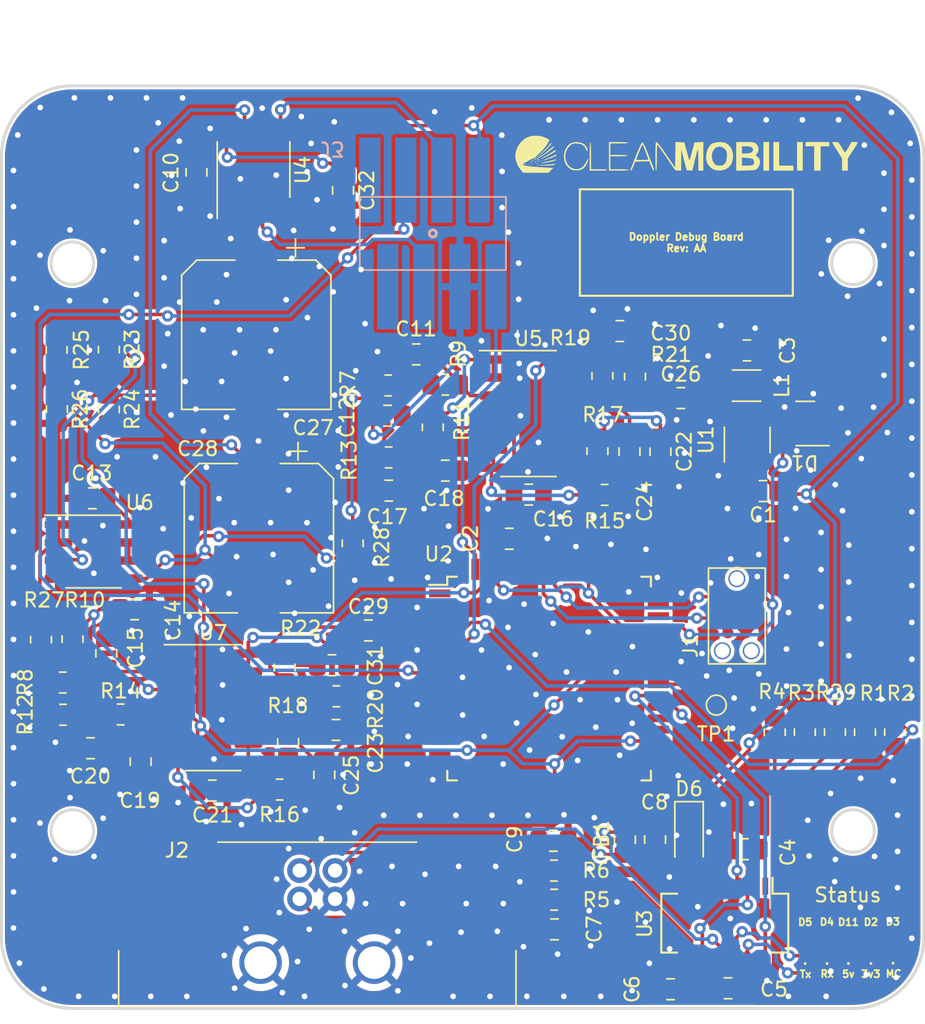
<source format=kicad_pcb>
(kicad_pcb (version 20211014) (generator pcbnew)
  (layers (0 "F.Cu" signal) (31 "B.Cu" signal) (34 "B.Paste" user) (35 "F.Paste" user) (36 "B.SilkS" user "B.Silkscreen") (37 "F.SilkS" user "F.Silkscreen") (38 "B.Mask" user) (39 "F.Mask" user) (44 "Edge.Cuts" user))
  (net 0 "")
  (net 1 "+5V")
  (net 2 "GND")
  (net 3 "+3V3")
  (net 4 "+3.3VA")
  (net 5 "Net-(C7-Pad1)")
  (net 6 "Net-(C9-Pad1)")
  (net 7 "Net-(C11-Pad1)")
  (net 8 "Net-(C12-Pad1)")
  (net 9 "Net-(C12-Pad2)")
  (net 10 "Net-(C14-Pad1)")
  (net 11 "Net-(C15-Pad1)")
  (net 12 "Net-(C15-Pad2)")
  (net 13 "Net-(C17-Pad1)")
  (net 14 "Net-(C18-Pad1)")
  (net 15 "Net-(C18-Pad2)")
  (net 16 "Net-(C19-Pad1)")
  (net 17 "Net-(C20-Pad1)")
  (net 18 "Net-(C20-Pad2)")
  (net 19 "Net-(C22-Pad1)")
  (net 20 "Net-(C23-Pad1)")
  (net 21 "Net-(C24-Pad1)")
  (net 22 "Net-(C24-Pad2)")
  (net 23 "Net-(C25-Pad1)")
  (net 24 "Net-(C25-Pad2)")
  (net 25 "Net-(C26-Pad1)")
  (net 26 "Net-(C27-Pad1)")
  (net 27 "Net-(C27-Pad2)")
  (net 28 "Net-(C29-Pad1)")
  (net 29 "Net-(C30-Pad1)")
  (net 30 "ADC_Q")
  (net 31 "Net-(C31-Pad1)")
  (net 32 "ADC_I")
  (net 33 "Net-(D2-Pad2)")
  (net 34 "Net-(D3-Pad2)")
  (net 35 "RXL")
  (net 36 "Net-(D4-Pad2)")
  (net 37 "TXL")
  (net 38 "Net-(D5-Pad2)")
  (net 39 "Net-(D11-Pad2)")
  (net 40 "Net-(FB1-Pad2)")
  (net 41 "PDI_DATA")
  (net 44 "PDI_CLK")
  (net 45 "RAD_EN")
  (net 46 "DAC_VCO")
  (net 49 "Net-(L1-Pad1)")
  (net 50 "Net-(R2-Pad1)")
  (net 51 "D+")
  (net 52 "D-")
  (net 53 "3v3_Q")
  (net 54 "3v3_I")
  (net 55 "Net-(R27-Pad1)")
  (net 56 "Net-(R28-Pad2)")
  (net 57 "Net-(TP1-Pad1)")
  (net 58 "IF_I")
  (net 59 "IF_Q")
  (net 88 "UART_RX")
  (net 89 "UART_TX")
  (net 112 "Net-(C28-Pad1)")
  (net 113 "Net-(C28-Pad2)")
  (footprint "Resistor_SMD:R_0805_2012Metric_Pad1.20x1.40mm_HandSolder" (layer "F.Cu") (at 142.955 80.83)
    (fp_text reference "R9")
    (fp_text value "1M6")
  )
  (footprint "Resistor_SMD:R_0805_2012Metric_Pad1.20x1.40mm_HandSolder" (layer "F.Cu") (at 174.65 105.32 -90)
    (fp_text reference "R2")
    (fp_text value "3k3")
  )
  (footprint "LED_SMD:LED_0402_1005Metric_Pad0.77x0.64mm_HandSolder" (layer "F.Cu") (at 172.94625 120.35 90)
    (fp_text reference "D2")
    (fp_text value "Green")
  )
  (footprint "Capacitor_SMD:C_0805_2012Metric_Pad1.18x1.45mm_HandSolder" (layer "F.Cu") (at 150.57 112.97)
    (fp_text reference "C9")
    (fp_text value "47pF")
  )
  (footprint "Capacitor_SMD:C_0805_2012Metric_Pad1.18x1.45mm_HandSolder" (layer "F.Cu") (at 134.97 100.6)
    (fp_text reference "C31")
    (fp_text value "2.7nF")
  )
  (footprint "Resistor_SMD:R_0805_2012Metric_Pad1.20x1.40mm_HandSolder" (layer "F.Cu") (at 172.53 105.32 -90)
    (fp_text reference "R1")
    (fp_text value "3k3")
  )
  (footprint "Resistor_SMD:R_0805_2012Metric_Pad1.20x1.40mm_HandSolder" (layer "F.Cu") (at 135.28 102.79 180)
    (fp_text reference "R20")
    (fp_text value "430k")
  )
  (footprint "Resistor_SMD:R_0805_2012Metric_Pad1.20x1.40mm_HandSolder" (layer "F.Cu") (at 166.17 105.32 -90)
    (fp_text reference "R4")
    (fp_text value "3k3")
  )
  (footprint "Resistor_SMD:R_0805_2012Metric_Pad1.20x1.40mm_HandSolder" (layer "F.Cu") (at 115.57 78.39 -90)
    (fp_text reference "R25")
    (fp_text value "10k")
  )
  (footprint "Capacitor_SMD:C_0805_2012Metric_Pad1.18x1.45mm_HandSolder" (layer "F.Cu") (at 164.04 113.56 180)
    (fp_text reference "C4")
    (fp_text value "0.1uF")
  )
  (footprint "LED_SMD:LED_0402_1005Metric_Pad0.77x0.64mm_HandSolder" (layer "F.Cu") (at 168.31625 120.35 90)
    (fp_text reference "D5")
    (fp_text value "Green")
  )
  (footprint "Resistor_SMD:R_0805_2012Metric_Pad1.20x1.40mm_HandSolder" (layer "F.Cu") (at 154.025 80.21 90)
    (fp_text reference "R19")
    (fp_text value "430k")
  )
  (footprint "Capacitor_SMD:C_0805_2012Metric_Pad1.18x1.45mm_HandSolder" (layer "F.Cu") (at 138.975 88.3)
    (fp_text reference "C17")
    (fp_text value "110pF")
  )
  (footprint "Resistor_SMD:R_0805_2012Metric_Pad1.20x1.40mm_HandSolder" (layer "F.Cu") (at 138.935 80.89)
    (fp_text reference "R7")
    (fp_text value "56k")
  )
  (footprint "Capacitor_SMD:C_0805_2012Metric_Pad1.18x1.45mm_HandSolder" (layer "F.Cu") (at 138.885 83.02 180)
    (fp_text reference "C12")
    (fp_text value "2nF")
  )
  (footprint "Capacitor_SMD:C_0805_2012Metric_Pad1.18x1.45mm_HandSolder" (layer "F.Cu") (at 142.955 86.89)
    (fp_text reference "C18")
    (fp_text value "1.1nF")
  )
  (footprint "Resistor_SMD:R_0805_2012Metric_Pad1.20x1.40mm_HandSolder" (layer "F.Cu") (at 168.29 105.32 -90)
    (fp_text reference "R3")
    (fp_text value "3k3")
  )
  (footprint "Resistor_SMD:R_0805_2012Metric_Pad1.20x1.40mm_HandSolder" (layer "F.Cu") (at 156.325 80.27 -90)
    (fp_text reference "R21")
    (fp_text value "430k")
  )
  (footprint "Resistor_SMD:R_0805_2012Metric_Pad1.20x1.40mm_HandSolder" (layer "F.Cu") (at 131.64 100.76 -90)
    (fp_text reference "R22")
    (fp_text value "430k")
  )
  (footprint "Resistor_SMD:R_0805_2012Metric_Pad1.20x1.40mm_HandSolder" (layer "F.Cu") (at 153.675 85.52 90)
    (fp_text reference "R17")
    (fp_text value "390k")
  )
  (footprint "Capacitor_SMD:C_0805_2012Metric_Pad1.18x1.45mm_HandSolder" (layer "F.Cu") (at 157.74 112.88 -90)
    (fp_text reference "C8")
    (fp_text value "10uF")
  )
  (footprint "Capacitor_SMD:C_0805_2012Metric_Pad1.18x1.45mm_HandSolder" (layer "F.Cu") (at 165.34 88.33 180)
    (fp_text reference "C1")
    (fp_text value "10uF")
  )
  (footprint "Capacitor_SMD:C_0805_2012Metric_Pad1.18x1.45mm_HandSolder" (layer "F.Cu") (at 119.07 99.76 -90)
    (fp_text reference "C15")
    (fp_text value "2nF")
  )
  (footprint "Capacitor_SMD:C_0805_2012Metric_Pad1.18x1.45mm_HandSolder" (layer "F.Cu") (at 118.09 88.84 180)
    (fp_text reference "C13")
    (fp_text value "0.1uF")
  )
  (footprint "Capacitor_SMD:C_0805_2012Metric_Pad1.18x1.45mm_HandSolder" (layer "F.Cu") (at 164.21 78.42 180)
    (fp_text reference "C3")
    (fp_text value "10uF")
  )
  (footprint "Package_SO:SOIC-14_3.9x8.7mm_P1.27mm" (layer "F.Cu") (at 148.815 82.87)
    (fp_text reference "U5")
    (fp_text value "MCP6004")
  )
  (footprint "Resistor_SMD:R_0805_2012Metric_Pad1.20x1.40mm_HandSolder" (layer "F.Cu") (at 120.08 104.07)
    (fp_text reference "R14")
    (fp_text value "750k")
  )
  (footprint "Capacitor_SMD:C_0805_2012Metric_Pad1.18x1.45mm_HandSolder" (layer "F.Cu") (at 117.96 106.45)
    (fp_text reference "C20")
    (fp_text value "1.1nF")
  )
  (footprint "Resistor_SMD:R_0805_2012Metric_Pad1.20x1.40mm_HandSolder" (layer "F.Cu") (at 116 101.82)
    (fp_text reference "R8")
    (fp_text value "56k")
  )
  (footprint "LED_SMD:LED_0402_1005Metric_Pad0.77x0.64mm_HandSolder" (layer "F.Cu") (at 171.36 120.35 90)
    (fp_text reference "D11")
    (fp_text value "Green")
  )
  (footprint "Capacitor_SMD:CP_Elec_10x10" (layer "F.Cu") (at 129.64 77.3175 -90)
    (fp_text reference "C27")
    (fp_text value "220uF")
  )
  (footprint "MyFootprints:USB_B" (layer "F.Cu") (at 133.94 118.31)
    (fp_text reference "J2")
    (fp_text value "USB_B")
  )
  (footprint "MyFootprints:L_standard" (layer "F.Cu") (at 164.19 80.9 180)
    (fp_text reference "L1")
    (fp_text value "2.2uH")
  )
  (footprint "Resistor_SMD:R_0805_2012Metric_Pad1.20x1.40mm_HandSolder" (layer "F.Cu") (at 116.02 104.09)
    (fp_text reference "R12")
    (fp_text value "150k")
  )
  (footprint "Capacitor_SMD:C_0805_2012Metric_Pad1.18x1.45mm_HandSolder" (layer "F.Cu") (at 121.07 96.66)
    (fp_text reference "C14")
    (fp_text value "200pF")
  )
  (footprint "Capacitor_SMD:C_0805_2012Metric_Pad1.18x1.45mm_HandSolder" (layer "F.Cu") (at 150.65 119.21)
    (fp_text reference "C7")
    (fp_text value "47pF")
  )
  (footprint "Resistor_SMD:R_0805_2012Metric_Pad1.20x1.40mm_HandSolder" (layer "F.Cu") (at 136.43 92.01 -90)
    (fp_text reference "R28")
    (fp_text value "0R")
  )
  (footprint "MyFootprints:Default_zener" (layer "F.Cu") (at 168.94 83.44 90)
    (fp_text reference "D1")
    (fp_text value "3v6")
  )
  (footprint "Capacitor_SMD:C_0805_2012Metric_Pad1.18x1.45mm_HandSolder" (layer "F.Cu") (at 155.935 85.55 90)
    (fp_text reference "C24")
    (fp_text value "1nF")
  )
  (footprint "Capacitor_SMD:C_0805_2012Metric_Pad1.18x1.45mm_HandSolder" (layer "F.Cu") (at 155.61 112.9 -90)
    (fp_text reference "FB1")
    (fp_text value "600R")
  )
  (footprint "Resistor_SMD:R_0805_2012Metric_Pad1.20x1.40mm_HandSolder" (layer "F.Cu") (at 115.59 82.56 -90)
    (fp_text reference "R26")
    (fp_text value "10k")
  )
  (footprint "Capacitor_SMD:C_0805_2012Metric_Pad1.18x1.45mm_HandSolder" (layer "F.Cu") (at 126.54 109.43)
    (fp_text reference "C21")
    (fp_text value "0.1uF")
  )
  (footprint "TestPoint:TestPoint_Pad_D1.0mm" (layer "F.Cu") (at 162.05 103.41)
    (fp_text reference "TP1")
    (fp_text value "Timing")
  )
  (footprint "Capacitor_SMD:C_0805_2012Metric_Pad1.18x1.45mm_HandSolder" (layer "F.Cu") (at 158.115 85.56 -90)
    (fp_text reference "C22")
    (fp_text value "43pF")
  )
  (footprint "LOGO" (layer "F.Cu") (at 159.978216 63.99)
    (fp_text reference "G***" hide)
    (fp_text value "LOGO" hide)
  )
  (footprint "Capacitor_SMD:C_0805_2012Metric_Pad1.18x1.45mm_HandSolder" (layer "F.Cu") (at 155.255 77.06 180)
    (fp_text reference "C30")
    (fp_text value "2.7nF")
  )
  (footprint "Capacitor_SMD:C_0805_2012Metric_Pad1.18x1.45mm_HandSolder" (layer "F.Cu") (at 135.25 105.16)
    (fp_text reference "C23")
    (fp_text value "43pF")
  )
  (footprint "Resistor_SMD:R_0805_2012Metric_Pad1.20x1.40mm_HandSolder" (layer "F.Cu") (at 119.25 82.58 -90)
    (fp_text reference "R24")
    (fp_text value "10k")
  )
  (footprint "Capacitor_SMD:C_0805_2012Metric_Pad1.18x1.45mm_HandSolder" (layer "F.Cu") (at 147.46 91.69)
    (fp_text reference "C2")
    (fp_text value "1uF")
  )
  (footprint "Resistor_SMD:R_0805_2012Metric_Pad1.20x1.40mm_HandSolder" (layer "F.Cu") (at 138.965 85.96 180)
    (fp_text reference "R13")
    (fp_text value "750k")
  )
  (footprint "Capacitor_SMD:C_0805_2012Metric_Pad1.18x1.45mm_HandSolder" (layer "F.Cu") (at 140.905 78.7 180)
    (fp_text reference "C11")
    (fp_text value "200pF")
  )
  (footprint "Resistor_SMD:R_0805_2012Metric_Pad1.20x1.40mm_HandSolder" (layer "F.Cu") (at 131.28 109.36)
    (fp_text reference "R16")
    (fp_text value "390k")
  )
  (footprint "Package_SO:SOIC-8_3.9x4.9mm_P1.27mm" (layer "F.Cu") (at 118.18 92.59)
    (fp_text reference "U6")
    (fp_text value "MCP6002-xMS")
  )
  (footprint "Package_TO_SOT_SMD:SOT-23-5_HandSoldering" (layer "F.Cu") (at 164.23 84.73 90)
    (fp_text reference "U1")
    (fp_text value "LM3671MF-3.3/NOPB")
  )
  (footprint "LED_SMD:LED_0402_1005Metric_Pad0.77x0.64mm_HandSolder" (layer "F.Cu") (at 174.51 120.33 90)
    (fp_text reference "D3")
    (fp_text value "Green")
  )
  (footprint "Resistor_SMD:R_0805_2012Metric_Pad1.20x1.40mm_HandSolder" (layer "F.Cu") (at 131.88 106.01 90)
    (fp_text reference "R18")
    (fp_text value "390k")
  )
  (footprint "Capacitor_SMD:C_0805_2012Metric_Pad1.18x1.45mm_HandSolder" (layer "F.Cu") (at 159.555 81.78)
    (fp_text reference "C26")
    (fp_text value "10pF")
  )
  (footprint "Resistor_SMD:R_0805_2012Metric_Pad1.20x1.40mm_HandSolder" (layer "F.Cu") (at 119.25 78.36 -90)
    (fp_text reference "R23")
    (fp_text value "10k")
  )
  (footprint "MyFootprints:TagConnect_Avr" (layer "F.Cu") (at 163.5 97.13 90)
    (fp_text reference "J1")
    (fp_text value "AVR-PDI-6")
  )
  (footprint "Capacitor_SMD:CP_Elec_10x10" (layer "F.Cu") (at 129.82 91.65 -90)
    (fp_text reference "C28")
    (fp_text value "220uF")
  )
  (footprint "Package_SO:SOIC-14_3.9x8.7mm_P1.27mm" (layer "F.Cu") (at 126.6 103.59)
    (fp_text reference "U7")
    (fp_text value "MCP6004")
  )
  (footprint "Resistor_SMD:R_0805_2012Metric_Pad1.20x1.40mm_HandSolder" (layer "F.Cu") (at 154.185 88.6)
    (fp_text reference "R15")
    (fp_text value "390k")
  )
  (footprint "Capacitor_SMD:C_0805_2012Metric_Pad1.18x1.45mm_HandSolder" (layer "F.Cu") (at 121.49 107.39 -90)
    (fp_text reference "C19")
    (fp_text value "110pF")
  )
  (footprint "Capacitor_SMD:C_0805_2012Metric_Pad1.18x1.45mm_HandSolder" (layer "F.Cu") (at 148.835 88.58)
    (fp_text reference "C16")
    (fp_text value "0.1uF")
  )
  (footprint "Capacitor_SMD:C_0805_2012Metric_Pad1.18x1.45mm_HandSolder" (layer "F.Cu") (at 137.54 98.15)
    (fp_text reference "C29")
    (fp_text value "10pF")
  )
  (footprint "Capacitor_SMD:C_0805_2012Metric_Pad1.18x1.45mm_HandSolder" (layer "F.Cu") (at 134.43 108.32 90)
    (fp_text reference "C25")
    (fp_text value "1nF")
  )
  (footprint "Capacitor_SMD:C_0805_2012Metric_Pad1.18x1.45mm_HandSolder" (layer "F.Cu") (at 125.425 65.8725 -90)
    (fp_text reference "C10")
    (fp_text value "0.1uF")
  )
  (footprint "Resistor_SMD:R_0805_2012Metric_Pad1.20x1.40mm_HandSolder" (layer "F.Cu") (at 170.41 105.32 -90)
    (fp_text reference "R29")
    (fp_text value "5k")
  )
  (footprint "Resistor_SMD:R_0805_2012Metric_Pad1.20x1.40mm_HandSolder" (layer "F.Cu") (at 114.47 98.8 -90)
    (fp_text reference "R27")
    (fp_text value "0R")
  )
  (footprint "Package_QFP:TQFP-64_14x14mm_P0.8mm" (layer "F.Cu") (at 150.27 101.54)
    (fp_text reference "U2")
    (fp_text value "ATxmega256A3U-A")
  )
  (footprint "Package_SO:SSOP-20_3.9x8.7mm_P0.635mm" (layer "F.Cu") (at 162.65 118.77 -90)
    (fp_text reference "U3")
    (fp_text value "FT231XS")
  )
  (footprint "Capacitor_SMD:C_0805_2012Metric_Pad1.18x1.45mm_HandSolder" (layer "F.Cu") (at 158.83 123.43 180)
    (fp_text reference "C6")
    (fp_text value "0.1uF")
  )
  (footprint "Package_SO:SOIC-8_3.9x4.9mm_P1.27mm" (layer "F.Cu") (at 129.445 65.6725 90)
    (fp_text reference "U4")
    (fp_text value "MCP6002-xMS")
  )
  (footprint "Resistor_SMD:R_0805_2012Metric_Pad1.20x1.40mm_HandSolder" (layer "F.Cu") (at 150.61 115.07)
    (fp_text reference "R6")
    (fp_text value "27R")
  )
  (footprint "LED_SMD:LED_0402_1005Metric_Pad0.77x0.64mm_HandSolder" (layer "F.Cu") (at 169.85625 120.35 90)
    (fp_text reference "D4")
    (fp_text value "Green")
  )
  (footprint "Resistor_SMD:R_0805_2012Metric_Pad1.20x1.40mm_HandSolder" (layer "F.Cu") (at 150.63 117.12)
    (fp_text reference "R5")
    (fp_text value "27R")
  )
  (footprint "Resistor_SMD:R_0805_2012Metric_Pad1.20x1.40mm_HandSolder" (layer "F.Cu") (at 116.69 98.76 90)
    (fp_text reference "R10")
    (fp_text value "1M6")
  )
  (footprint "Capacitor_SMD:C_0805_2012Metric_Pad1.18x1.45mm_HandSolder" (layer "F.Cu") (at 135.75 67.15 -90)
    (fp_text reference "C32")
    (fp_text value "10uF")
  )
  (footprint "Capacitor_SMD:C_0805_2012Metric_Pad1.18x1.45mm_HandSolder" (layer "F.Cu") (at 162.88 123.36)
    (fp_text reference "C5")
    (fp_text value "0.1uF")
  )
  (footprint "Diode_SMD:D_SOD-123" (layer "F.Cu") (at 160.13 112.46 -90)
    (fp_text reference "D6")
    (fp_text value "5v")
  )
  (footprint "Resistor_SMD:R_0805_2012Metric_Pad1.20x1.40mm_HandSolder" (layer "F.Cu") (at 142.075 83.84 -90)
    (fp_text reference "R11")
    (fp_text value "150k")
  )
  (footprint "MyFootprints:338728-8_RADAR" (layer "B.Cu") (at 142.08 70.18)
    (fp_text reference "J3")
    (fp_text value "338728-8")
  )
  (gr_circle (center 142.08 70.18) (end 141.83 70.18) (layer "B.SilkS") (width 0.2) (fill none))
  (gr_rect (start 152.44 67.07) (end 167.44 74.57) (layer "F.SilkS") (width 0.15) (fill none))
  (gr_line (start 171.68 59.78) (end 116.68 59.78) (layer "Edge.Cuts") (width 0.2))
  (gr_circle (center 116.68 112.28) (end 118.18 112.28) (layer "Edge.Cuts") (width 0.2) (fill none))
  (gr_circle (center 116.68 72.28) (end 118.18 72.28) (layer "Edge.Cuts") (width 0.2) (fill none))
  (gr_arc (start 176.68 119.78) (mid 175.215534 123.315534) (end 171.68 124.78) (layer "Edge.Cuts") (width 0.2))
  (gr_line (start 116.68 124.78) (end 171.68 124.78) (layer "Edge.Cuts") (width 0.2))
  (gr_arc (start 111.68 64.78) (mid 113.144466 61.244466) (end 116.68 59.78) (layer "Edge.Cuts") (width 0.2))
  (gr_circle (center 171.68 72.28) (end 173.18 72.28) (layer "Edge.Cuts") (width 0.2) (fill none))
  (gr_line (start 176.68 119.78) (end 176.68 64.78) (layer "Edge.Cuts") (width 0.2))
  (gr_circle (center 171.68 112.28) (end 173.18 112.28) (layer "Edge.Cuts") (width 0.2) (fill none))
  (gr_line (start 111.68 64.78) (end 111.68 119.78) (layer "Edge.Cuts") (width 0.2))
  (gr_arc (start 116.68 124.78) (mid 113.144466 123.315534) (end 111.68 119.78) (layer "Edge.Cuts") (width 0.2))
  (gr_arc (start 171.68 59.78) (mid 175.215534 61.244466) (end 176.68 64.78) (layer "Edge.Cuts") (width 0.2))
  (gr_text "Rx" (at 169.85625 122.35) (layer "F.SilkS") (effects (font (size 0.5 0.5) (thickness 0.125))))
  (gr_text "Status" (at 171.32 116.79) (layer "F.SilkS") (effects (font (size 1 1))))
  (gr_text "MC" (at 174.5425 122.34) (layer "F.SilkS") (effects (font (size 0.5 0.5) (thickness 0.125))))
  (gr_text "Doppler Debug Board\nRev: AA" (at 159.94 70.82) (layer "F.SilkS") (effects (font (size 0.5 0.5) (thickness 0.125))))
  (gr_text "3v3" (at 172.93625 122.36) (layer "F.SilkS") (effects (font (size 0.5 0.5) (thickness 0.125))))
  (gr_text "Tx" (at 168.33625 122.37) (layer "F.SilkS") (effects (font (size 0.5 0.5) (thickness 0.125))))
  (gr_text "5v" (at 171.35625 122.36) (layer "F.SilkS") (effects (font (size 0.5 0.5) (thickness 0.125))))
  (segment (start 165.18 87.1325) (end 165.18 86.08) (width 0.25) (layer "F.Cu") (net 1))
  (segment (start 166.3775 88.33) (end 165.18 87.1325) (width 0.25) (layer "F.Cu") (net 1))
  (segment (start 162.3325 122.87) (end 161.8425 123.36) (width 0.25) (layer "F.Cu") (net 1))
  (segment (start 164.705 84.975) (end 165.18 85.45) (width 0.25) (layer "F.Cu") (net 1))
  (segment (start 168.39 88.54) (end 166.5875 88.54) (width 0.25) (layer "F.Cu") (net 1))
  (segment (start 163.28 86.08) (end 163.28 85.05) (width 0.25) (layer "F.Cu") (net 1))
  (segment (start 144.95 62.58) (end 136.25 62.58) (width 0.25) (layer "F.Cu") (net 1))
  (segment (start 170.41 102.79) (end 170.41 104.32) (width 0.25) (layer "F.Cu") (net 1))
  (segment (start 162.3325 121.37) (end 162.3325 122.87) (width 0.25) (layer "F.Cu") (net 1))
  (segment (start 158.7725 110.81) (end 157.74 111.8425) (width 0.25) (layer "F.Cu") (net 1))
  (segment (start 162.3325 120.4455) (end 162.3325 121.37) (width 0.25) (layer "F.Cu") (net 1))
  (segment (start 164.375 106.565) (end 160.13 110.81) (width 0.25) (layer "F.Cu") (net 1))
  (segment (start 161.787 119.9) (end 162.3325 120.4455) (width 0.25) (layer "F.Cu") (net 1))
  (segment (start 164.375 106.075) (end 164.375 106.565) (width 0.25) (layer "F.Cu") (net 1))
  (segment (start 163.28 85.05) (end 163.355 84.975) (width 0.25) (layer "F.Cu") (net 1))
  (segment (start 125.9025 64.835) (end 125.425 64.835) (width 0.25) (layer "F.Cu") (net 1))
  (segment (start 135.75 63.08) (end 135.75 66.1125) (width 0.25) (layer "F.Cu") (net 1))
  (segment (start 127.54 63.1975) (end 125.9025 64.835) (width 0.25) (layer "F.Cu") (net 1))
  (segment (start 166.5875 88.54) (end 166.3775 88.33) (width 0.25) (layer "F.Cu") (net 1))
  (segment (start 154.19 112.36) (end 155.1125 112.36) (width 0.25) (layer "F.Cu") (net 1))
  (segment (start 136.25 62.58) (end 135.75 63.08) (width 0.25) (layer "F.Cu") (net 1))
  (segment (start 134.32 65.23) (end 134.8675 65.23) (width 0.25) (layer "F.Cu") (net 1))
  (segment (start 160.13 110.81) (end 158.7725 110.81) (width 0.25) (layer "F.Cu") (net 1))
  (segment (start 163.355 84.975) (end 164.705 84.975) (width 0.25) (layer "F.Cu") (net 1))
  (segment (start 155.63 111.8425) (end 155.61 111.8625) (width 0.25) (layer "F.Cu") (net 1))
  (segment (start 134.8675 65.23) (end 135.75 66.1125) (width 0.25) (layer "F.Cu") (net 1))
  (segment (start 127.54 64.75) (end 127.6 64.81) (width 0.25) (layer "F.Cu") (net 1))
  (segment (start 155.1125 112.36) (end 155.61 111.8625) (width 0.25) (layer "F.Cu") (net 1))
  (segment (start 157.74 111.8425) (end 155.63 111.8425) (width 0.25) (layer "F.Cu") (net 1))
  (segment (start 165.18 85.45) (end 165.18 86.08) (width 0.25) (layer "F.Cu") (net 1))
  (segment (start 127.54 63.1975) (end 127.54 64.75) (width 0.25) (layer "F.Cu") (net 1))
  (via (at 164.375 106.075) (size 0.8) (drill 0.4) (layers "F.Cu" "B.Cu") (net 1))
  (via (at 161.787 119.9) (size 0.8) (drill 0.4) (layers "F.Cu" "B.Cu") (net 1))
  (via (at 134.32 65.23) (size 0.8) (drill 0.4) (layers "F.Cu" "B.Cu") (net 1))
  (via (at 127.6 64.81) (size 0.8) (drill 0.4) (layers "F.Cu" "B.Cu") (net 1))
  (via (at 154.19 112.36) (size 0.8) (drill 0.4) (layers "F.Cu" "B.Cu") (net 1))
  (via (at 168.39 88.54) (size 0.8) (drill 0.4) (layers "F.Cu" "B.Cu") (net 1))
  (via (at 144.95 62.58) (size 0.8) (drill 0.4) (layers "F.Cu" "B.Cu") (net 1))
  (via (at 170.41 102.79) (size 0.8) (drill 0.4) (layers "F.Cu" "B.Cu") (net 1))
  (segment (start 170.41 102.79) (end 170.41 90.56) (width 0.25) (layer "B.Cu") (net 1))
  (segment (start 145.355 62.985) (end 144.95 62.58) (width 0.25) (layer "B.Cu") (net 1))
  (segment (start 127.6 64.81) (end 133.9 64.81) (width 0.25) (layer "B.Cu") (net 1))
  (segment (start 133.9 64.81) (end 134.32 65.23) (width 0.25) (layer "B.Cu") (net 1))
  (segment (start 167.66 102.79) (end 170.41 102.79) (width 0.25) (layer "B.Cu") (net 1))
  (segment (start 144.95 62.58) (end 146.33 61.2) (width 0.25) (layer "B.Cu") (net 1))
  (segment (start 164.375 106.075) (end 167.66 102.79) (width 0.25) (layer "B.Cu") (net 1))
  (segment (start 174.84 64.93) (end 174.84 82.09) (width 0.25) (layer "B.Cu") (net 1))
  (segment (start 145.355 66.43) (end 145.355 62.985) (width 0.25) (layer "B.Cu") (net 1))
  (segment (start 146.33 61.2) (end 171.11 61.2) (width 0.25) (layer "B.Cu") (net 1))
  (segment (start 154.635 112.805) (end 154.19 112.36) (width 0.25) (layer "B.Cu") (net 1))
  (segment (start 160.614695 119.9) (end 154.635 113.920305) (width 0.25) (layer "B.Cu") (net 1))
  (segment (start 170.41 90.56) (end 168.39 88.54) (width 0.25) (layer "B.Cu") (net 1))
  (segment (start 174.84 82.09) (end 168.39 88.54) (width 0.25) (layer "B.Cu") (net 1))
  (segment (start 161.787 119.9) (end 160.614695 119.9) (width 0.25) (layer "B.Cu") (net 1))
  (segment (start 171.11 61.2) (end 174.84 64.93) (width 0.25) (layer "B.Cu") (net 1))
  (segment (start 154.635 113.920305) (end 154.635 112.805) (width 0.25) (layer "B.Cu") (net 1))
  (segment (start 147.47 93.84) (end 147.47 92.7175) (width 0.25) (layer "F.Cu") (net 2))
  (segment (start 147.47 92.7175) (end 148.4975 91.69) (width 0.25) (layer "F.Cu") (net 2))
  (via (at 133.242307 76.107258) (size 0.8) (drill 0.4) (layers "F.Cu" "B.Cu") (net 2))
  (via (at 148.782896 111.1745) (size 0.8) (drill 0.4) (layers "F.Cu" "B.Cu") (net 2))
  (via (at 154.996091 101.0795) (size 0.8) (drill 0.4) (layers "F.Cu" "B.Cu") (net 2))
  (via (at 116.513978 69.930345) (size 0.8) (drill 0.4) (layers "F.Cu" "B.Cu") (net 2))
  (via (at 170.105935 109.63363) (size 0.8) (drill 0.4) (layers "F.Cu" "B.Cu") (net 2))
  (via (at 133.363871 119.204515) (size 0.8) (drill 0.4) (layers "F.Cu" "B.Cu") (net 2))
  (via (at 137.9805 90.873386) (size 0.8) (drill 0.4) (layers "F.Cu" "B.Cu") (net 2))
  (via (at 137.018912 72.722454) (size 0.8) (drill 0.4) (layers "F.Cu" "B.Cu") (net 2))
  (via (at 145.502246 77.742908) (size 0.8) (drill 0.4) (layers "F.Cu" "B.Cu") (net 2))
  (via (at 175.8295 79.403792) (size 0.8) (drill 0.4) (layers "F.Cu" "B.Cu") (net 2))
  (via (at 173.555307 73.705225) (size 0.8) (drill 0.4) (layers "F.Cu" "B.Cu") (net 2))
  (via (at 148.1255 72.269139) (size 0.8) (drill 0.4) (layers "F.Cu" "B.Cu") (net 2))
  (via (at 171.3855 99.928977) (size 0.8) (drill 0.4) (layers "F.Cu" "B.Cu") (net 2))
  (via (at 115.442036 114.283881) (size 0.8) (drill 0.4) (layers "F.Cu" "B.Cu") (net 2))
  (via (at 123.679289 66.089913) (size 0.8) (drill 0.4) (layers "F.Cu" "B.Cu") (net 2))
  (via (at 153.195742 120.373754) (size 0.8) (drill 0.4) (layers "F.Cu" "B.Cu") (net 2))
  (via (at 112.5305 73.369973) (size 0.8) (drill 0.4) (layers "F.Cu" "B.Cu") (net 2))
  (via (at 124.211031 63.67601) (size 0.8) (drill 0.4) (layers "F.Cu" "B.Cu") (net 2))
  (via (at 119.019728 74.9145) (size 0.8) (drill 0.4) (layers "F.Cu" "B.Cu") (net 2))
  (via (at 123.1455 73.301262) (size 0.8) (drill 0.4) (layers "F.Cu" "B.Cu") (net 2))
  (via (at 144.178653 104.110886) (size 0.8) (drill 0.4) (layers "F.Cu" "B.Cu") (net 2))
  (via (at 168.4955 111.523025) (size 0.8) (drill 0.4) (layers "F.Cu" "B.Cu") (net 2))
  (via (at 173.8645 80.170781) (size 0.8) (drill 0.4) (layers "F.Cu" "B.Cu") (net 2))
  (via (at 124.240606 75.0145) (size 0.8) (drill 0.4) (layers "F.Cu" "B.Cu") (net 2))
  (via (at 127.259371 99.488936) (size 0.8) (drill 0.4) (layers "F.Cu" "B.Cu") (net 2))
  (via (at 175.8295 89.792516) (size 0.8) (drill 0.4) (layers "F.Cu" "B.Cu") (net 2))
  (via (at 127.5395 73.080113) (size 0.8) (drill 0.4) (layers "F.Cu" "B.Cu") (net 2))
  (via (at 169.4345 99.101117) (size 0.8) (drill 0.4) (layers "F.Cu" "B.Cu") (net 2))
  (via (at 134.904573 91.616417) (size 0.8) (drill 0.4) (layers "F.Cu" "B.Cu") (net 2))
  (via (at 146.503421 114.7755) (size 0.8) (drill 0.4) (layers "F.Cu" "B.Cu") (net 2))
  (via (at 116.513978 109.930345) (size 0.8) (drill 0.4) (layers "F.Cu" "B.Cu") (net 2))
  (via (at 173.8645 71.030772) (size 0.8) (drill 0.4) (layers "F.Cu" "B.Cu") (net 2))
  (via (at 172.482447 63.952013) (size 0.8) (drill 0.4) (layers "F.Cu" "B.Cu") (net 2))
  (via (at 114.398788 71.713037) (size 0.8) (drill 0.4) (layers "F.Cu" "B.Cu") (net 2))
  (via (at 138.617668 111.1745) (size 0.8) (drill 0.4) (layers "F.Cu" "B.Cu") (net 2))
  (via (at 161.045399 99.774231) (size 0.8) (drill 0.4) (layers "F.Cu" "B.Cu") (net 2))
  (via (at 112.5305 103.865657) (size 0.8) (drill 0.4) (layers "F.Cu" "B.Cu") (net 2))
  (via (at 135.4145 84.071282) (size 0.8) (drill 0.4) (layers "F.Cu" "B.Cu") (net 2))
  (via (at 157.336024 121.600899) (size 0.8) (drill 0.4) (layers "F.Cu" "B.Cu") (net 2))
  (via (at 117.876771 78.406778) (size 0.8) (drill 0.4) (layers "F.Cu" "B.Cu") (net 2))
  (via (at 128.915418 119.156655) (size 0.8) (drill 0.4) (layers "F.Cu" "B.Cu") (net 2))
  (via (at 159.588682 95.509159) (size 0.8) (drill 0.4) (layers "F.Cu" "B.Cu") (net 2))
  (via (at 168.117487 62.1755) (size 0.8) (drill 0.4) (layers "F.Cu" "B.Cu") (net 2))
  (via (at 175.8295 100.18124) (size 0.8) (drill 0.4) (layers "F.Cu" "B.Cu") (net 2))
  (via (at 147.035935 107.5655) (size 0.8) (drill 0.4) (layers "F.Cu" "B.Cu") (net 2))
  (via (at 131.476852 123.664117) (size 0.8) (drill 0.4) (layers "F.Cu" "B.Cu") (net 2))
  (via (at 130.819597 92.7995) (size 0.8) (drill 0.4) (layers "F.Cu" "B.Cu") (net 2))
  (via (at 150.264631 62.1755) (size 0.8) (drill 0.4) (layers "F.Cu" "B.Cu") (net 2))
  (via (at 164.5245 110.344066) (size 0.8) (drill 0.4) (layers "F.Cu" "B.Cu") (net 2))
  (via (at 161.372527 101.352962) (size 0.8) (drill 0.4) (layers "F.Cu" "B.Cu") (net 2))
  (via (at 130.648335 90.5545) (size 0.8) (drill 0.4) (layers "F.Cu" "B.Cu") (net 2))
  (via (at 124.745178 123.9295) (size 0.8) (drill 0.4) (layers "F.Cu" "B.Cu") (net 2))
  (via (at 119.832764 85.9155) (size 0.8) (drill 0.4) (layers "F.Cu" "B.Cu") (net 2))
  (via (at 112.5305 96.241736) (size 0.8) (drill 0.4) (layers "F.Cu" "B.Cu") (net 2))
  (via (at 136.575131 94.614239) (size 0.8) (drill 0.4) (layers "F.Cu" "B.Cu") (net 2))
  (via (at 120.030437 109.701019) (size 0.8) (drill 0.4) (layers "F.Cu" "B.Cu") (net 2))
  (via (at 175.8295 97.584059) (size 0.8) (drill 0.4) (layers "F.Cu" "B.Cu") (net 2))
  (via (at 158.761966 120.585856) (size 0.8) (drill 0.4) (layers "F.Cu" "B.Cu") (net 2))
  (via (at 127.196193 80.6045) (size 0.8) (drill 0.4) (layers "F.Cu" "B.Cu") (net 2))
  (via (at 112.5305 80.993894) (size 0.8) (drill 0.4) (layers "F.Cu" "B.Cu") (net 2))
  (via (at 170.396739 115.848424) (size 0.8) (drill 0.4) (layers "F.Cu" "B.Cu") (net 2))
  (via (at 119.662564 123.9295) (size 0.8) (drill 0.4) (layers "F.Cu" "B.Cu") (net 2))
  (via (at 170.667895 62.1755) (size 0.8) (drill 0.4) (layers "F.Cu" "B.Cu") (net 2))
  (via (at 167.713961 85.493043) (size 0.8) (drill 0.4) (layers "F.Cu" "B.Cu") (net 2))
  (via (at 125.370857 82.5555) (size 0.8) (drill 0.4) (layers "F.Cu" "B.Cu") (net 2))
  (via (at 122.203871 123.9295) (size 0.8) (drill 0.4) (layers "F.Cu" "B.Cu") (net 2))
  (via (at 168.699481 86.850954) (size 0.8) (drill 0.4) (layers "F.Cu" "B.Cu") (net 2))
  (via (at 150.145393 91.663693) (size 0.8) (drill 0.4) (layers "F.Cu" "B.Cu") (net 2))
  (via (at 155.365447 62.1755) (size 0.8) (drill 0.4) (layers "F.Cu" "B.Cu") (net 2))
  (via (at 118.858971 71.397743) (size 0.8) (drill 0.4) (layers "F.Cu" "B.Cu") (net 2))
  (via (at 146.106408 123.9295) (size 0.8) (drill 0.4) (layers "F.Cu" "B.Cu") (net 2))
  (via (at 129.793663 84.7995) (size 0.8) (drill 0.4) (layers "F.Cu" "B.Cu") (net 2))
  (via (at 132.142898 71.9355) (size 0.8) (drill 0.4) (layers "F.Cu" "B.Cu") (net 2))
  (via (at 155.789767 75.493773) (size 0.8) (drill 0.4) (layers "F.Cu" "B.Cu") (net 2))
  (via (at 125.910331 84.0945) (size 0.8) (drill 0.4) (layers "F.Cu" "B.Cu") (net 2))
  (via (at 166.9955 99.460826) (size 0.8) (drill 0.4) (layers "F.Cu" "B.Cu") (net 2))
  (via (at 135.158607 81.572666) (size 0.8) (drill 0.4) (layers "F.Cu" "B.Cu") (net 2))
  (via (at 169.4345 93.861337) (size 0.8) (drill 0.4) (layers "F.Cu" "B.Cu") (net 2))
  (via (at 153.377917 75.599378) (size 0.8) (drill 0.4) (layers "F.Cu" "B.Cu") (net 2))
  (via (at 112.5305 68.287359) (size 0.8) (drill 0.4) (layers "F.Cu" "B.Cu") (net 2))
  (via (at 175.8295 87.195335) (size 0.8) (drill 0.4) (layers "F.Cu" "B.Cu") (net 2))
  (via (at 147.982436 104.667999) (size 0.8) (drill 0.4) (layers "F.Cu" "B.Cu") (net 2))
  (via (at 151.307098 123.9295) (size 0.8) (drill 0.4) (layers "F.Cu" "B.Cu") (net 2))
  (via (at 132.812463 61.9455) (size 0.8) (drill 0.4) (layers "F.Cu" "B.Cu") (net 2))
  (via (at 175.8295 84.598154) (size 0.8) (drill 0.4) (layers "F.Cu" "B.Cu") (net 2))
  (via (at 113.589297 102.575773) (size 0.8) (drill 0.4) (layers "F.Cu" "B.Cu") (net 2))
  (via (at 112.5305 70.828666) (size 0.8) (drill 0.4) (layers "F.Cu" "B.Cu") (net 2))
  (via (at 128.518974 66.331866) (size 0.8) (drill 0.4) (layers "F.Cu" "B.Cu") (net 2))
  (via (at 141.840031 120.182201) (size 0.8) (drill 0.4) (layers "F.Cu" "B.Cu") (net 2))
  (via (at 169.789076 123.9295) (size 0.8) (drill 0.4) (layers "F.Cu" "B.Cu") (net 2))
  (via (at 126.123152 86.653587) (size 0.8) (drill 0.4) (layers "F.Cu" "B.Cu") (net 2))
  (via (at 133.917 67.805921) (size 0.8) (drill 0.4) (layers "F.Cu" "B.Cu") (net 2))
  (via (at 124.129407 110.277751) (size 0.8) (drill 0.4) (layers "F.Cu" "B.Cu") (net 2))
  (via (at 166.685499 77.964896) (size 0.8) (drill 0.4) (layers "F.Cu" "B.Cu") (net 2))
  (via (at 135.887763 123.166613) (size 0.8) (drill 0.4) (layers "F.Cu" "B.Cu") (net 2))
  (via (at 138.410241 99.9845) (size 0.8) (drill 0.4) (layers "F.Cu" "B.Cu") (net 2))
  (via (at 130.652386 78.467) (size 0.8) (drill 0.4) (layers "F.Cu" "B.Cu") (net 2))
  (via (at 135.196626 89.128695) (size 0.8) (drill 0.4) (layers "F.Cu" "B.Cu") (net 2))
  (via (at 125.897089 76.9655) (size 0.8) (drill 0.4) (layers "F.Cu" "B.Cu") (net 2))
  (via (at 171.62288 102.46548) (size 0.8) (drill 0.4) (layers "F.Cu" "B.Cu") (net 2))
  (via (at 162.376526 76.666348) (size 0.8) (drill 0.4) (layers "F.Cu" "B.Cu") (net 2))
  (via (at 165.0445 92.80108) (size 0.8) (drill 0.4) (layers "F.Cu" "B.Cu") (net 2))
  (via (at 168.888433 81.4695) (size 0.8) (drill 0.4) (layers "F.Cu" "B.Cu") (net 2))
  (via (at 132.341339 96.9395) (size 0.8) (drill 0.4) (layers "F.Cu" "B.Cu") (net 2))
  (via (at 135.4145 86.635178) (size 0.8) (drill 0.4) (layers "F.Cu" "B.Cu") (net 2))
  (via (at 173.683381 102.992336) (size 0.8) (drill 0.4) (layers "F.Cu" "B.Cu") (net 2))
  (via (at 163.305932 102.90989) (size 0.8) (drill 0.4) (layers "F.Cu" "B.Cu") (net 2))
  (via (at 121.1945 82.786052) (size 0.8) (drill 0.4) (layers "F.Cu" "B.Cu") (net 2))
  (via (at 173.132465 82.41797) (size 0.8) (drill 0.4) (layers "F.Cu" "B.Cu") (net 2))
  (via (at 136.648858 79.85401) (size 0.8) (drill 0.4) (layers "F.Cu" "B.Cu") (net 2))
  (via (at 126.653721 107.206287) (size 0.8) (drill 0.4) (layers "F.Cu" "B.Cu") (net 2))
  (via (at 135.758166 108.316704) (size 0.8) (drill 0.4) (layers "F.Cu" "B.Cu") (net 2))
  (via (at 118.189965 94.122783) (size 0.8) (drill 0.4) (layers "F.Cu" "B.Cu") (net 2))
  (via (at 119.363018 60.6305) (size 0.8) (drill 0.4) (layers "F.Cu" "B.Cu") (net 2))
  (via (at 131.7405 82.972455) (size 0.8) (drill 0.4) (layers "F.Cu" "B.Cu") (net 2))
  (via (at 143.051778 88.288229) (size 0.8) (drill 0.4) (layers "F.Cu" "B.Cu") (net 2))
  (via (at 175.8295 74.20943) (size 0.8) (drill 0.4) (layers "F.Cu" "B.Cu") (net 2))
  (via (at 152.455765 77.786497) (size 0.8) (drill 0.4) (layers "F.Cu" "B.Cu") (net 2))
  (via (at 148.195115 80.377648) (size 0.8) (drill 0.4) (layers "F.Cu" "B.Cu") (net 2))
  (via (at 169.4345 96.481227) (size 0.8) (drill 0.4) (layers "F.Cu" "B.Cu") (net 2))
  (via (at 156.959154 88.110616) (size 0.8) (drill 0.4) (layers "F.Cu" "B.Cu") (net 2))
  (via (at 116.821711 60.6305) (size 0.8) (drill 0.4) (layers "F.Cu" "B.Cu") (net 2))
  (via (at 155.089628 103.031427) (size 0.8) (drill 0.4) (layers "F.Cu" "B.Cu") (net 2))
  (via (at 124.4723 87.761866) (size 0.8) (drill 0.4) (layers "F.Cu" "B.Cu") (net 2))
  (via (at 163.067735 93.115379) (size 0.8) (drill 0.4) (layers "F.Cu" "B.Cu") (net 2))
  (via (at 166.4505 80.426111) (size 0.8) (drill 0.4) (layers "F.Cu" "B.Cu") (net 2))
  (via (at 153.907443 123.9295) (size 0.8) (drill 0.4) (layers "F.Cu" "B.Cu") (net 2))
  (via (at 138.177119 78.506403) (size 0.8) (drill 0.4) (layers "F.Cu" "B.Cu") (net 2))
  (via (at 156.142138 99.289666) (size 0.8) (drill 0.4) (layers "F.Cu" "B.Cu") (net 2))
  (via (at 175.8295 66.417887) (size 0.8) (drill 0.4) (layers "F.Cu" "B.Cu") (net 2))
  (via (at 113.6648 104.993826) (size 0.8) (drill 0.4) (layers "F.Cu" "B.Cu") (net 2))
  (via (at 157.915855 62.1755) (size 0.8) (drill 0.4) (layers "F.Cu" "B.Cu") (net 2))
  (via (at 144.818922 61.331513) (size 0.8) (drill 0.4) (layers "F.Cu" "B.Cu") (net 2))
  (via (at 123.1455 79.527401) (size 0.8) (drill 0.4) (layers "F.Cu" "B.Cu") (net 2))
  (via (at 121.904325 60.6305) (size 0.8) (drill 0.4) (layers "F.Cu" "B.Cu") (net 2))
  (via (at 141.525646 115.328687) (size 0.8) (drill 0.4) (layers "F.Cu" "B.Cu") (net 2))
  (via (at 112.5305 106.406964) (size 0.8) (drill 0.4) (layers "F.Cu" "B.Cu") (net 2))
  (via (at 142.206936 61.6045) (size 0.8) (drill 0.4) (layers "F.Cu" "B.Cu") (net 2))
  (via (at 125.0545 90.222874) (size 0.8) (drill 0.4) (layers "F.Cu" "B.Cu") (net 2))
  (via (at 149.343256 102.662822) (size 0.8) (drill 0.4) (layers "F.Cu" "B.Cu") (net 2))
  (via (at 155.840487 90.110809) (size 0.8) (drill 0.4) (layers "F.Cu" "B.Cu") (net 2))
  (via (at 116.478421 74.9145) (size 0.8) (drill 0.4) (layers "F.Cu" "B.Cu") (net 2))
  (via (at 122.534927 85.9155) (size 0.8) (drill 0.4) (layers "F.Cu" "B.Cu") (net 2))
  (via (at 112.5305 98.783043) (size 0.8) (drill 0.4) (layers "F.Cu" "B.Cu") (net 2))
  (via (at 131.922473 113.514018) (size 0.8) (drill 0.4) (layers "F.Cu" "B.Cu") (net 2))
  (via (at 112.829848 63.243736) (size 0.8) (drill 0.4) (layers "F.Cu" "B.Cu") (net 2))
  (via (at 152.815039 62.1755) (size 0.8) (drill 0.4) (layers "F.Cu" "B.Cu") (net 2))
  (via (at 144.435214 117.3945) (size 0.8) (drill 0.4) (layers "F.Cu" "B.Cu") (net 2))
  (via (at 117.530499 91.843422) (size 0.8) (drill 0.4) (layers "F.Cu" "B.Cu") (net 2))
  (via (at 146.623243 119.3455) (size 0.8) (drill 0.4) (layers "F.Cu" "B.Cu") (net 2))
  (via (at 173.8645 77.620373) (size 0.8) (drill 0.4) (layers "F.Cu" "B.Cu") (net 2))
  (via (at 123.430332 98.629501) (size 0.8) (drill 0.4) (layers "F.Cu" "B.Cu") (net 2))
  (via (at 121.1945 71.926263) (size 0.8) (drill 0.4) (layers "F.Cu" "B.Cu") (net 2))
  (via (at 146.039122 96.042894) (size 0.8) (drill 0.4) (layers "F.Cu" "B.Cu") (net 2))
  (via (at 112.5305 108.948271) (size 0.8) (drill 0.4) (layers "F.Cu" "B.Cu") (net 2))
  (via (at 174.104819 84.204746) (size 0.8) (drill 0.4) (layers "F.Cu" "B.Cu") (net 2))
  (via (at 148.463742 120.437362) (size 0.8) (drill 0.4) (layers "F.Cu" "B.Cu") (net 2))
  (via (at 134.20948 112.8245) (size 0.8) (drill 0.4) (layers "F.Cu" "B.Cu") (net 2))
  (via (at 112.5305 114.030885) (size 0.8) (drill 0.4) (layers "F.Cu" "B.Cu") (net 2))
  (via (at 171.3855 92.137434) (size 0.8) (drill 0.4) (layers "F.Cu" "B.Cu") (net 2))
  (via (at 131.740499 80.408559) (size 0.8) (drill 0.4) (layers "F.Cu" "B.Cu") (net 2))
  (via (at 159.259815 83.311681) (size 0.8) (drill 0.4) (layers "F.Cu" "B.Cu") (net 2))
  (via (at 128.11053 78.596871) (size 0.8) (drill 0.4) (layers "F.Cu" "B.Cu") (net 2))
  (via (at 142.076441 108.6655) (size 0.8) (drill 0.4) (layers "F.Cu" "B.Cu") (net 2))
  (via (at 112.5305 83.535201) (size 0.8) (drill 0.4) (layers "F.Cu" "B.Cu") (net 2))
  (via (at 143.1945 90.799665) (size 0.8) (drill 0.4) (layers "F.Cu" "B.Cu") (net 2))
  (via (at 112.5305 86.076508) (size 0.8) (drill 0.4) (layers "F.Cu" "B.Cu") (net 2))
  (via (at 126.109617 111.610947) (size 0.8) (drill 0.4) (layers "F.Cu" "B.Cu") (net 2))
  (via (at 143.893992 114.7755) (size 0.8) (drill 0.4) (layers "F.Cu" "B.Cu") (net 2))
  (via (at 143.506063 123.9295) (size 0.8) (drill 0.4) (layers "F.Cu" "B.Cu") (net 2))
  (via (at 126.857247 75.0145) (size 0.8) (drill 0.4) (layers "F.Cu" "B.Cu") (net 2))
  (via (at 166.9955 94.350132) (size 0.8) (drill 0.4) (layers "F.Cu" "B.Cu") (net 2))
  (via (at 124.632297 80.6045) (size 0.8) (drill 0.4) (layers "F.Cu" "B.Cu") (net 2))
  (via (at 158.845931 80.2045) (size 0.8) (drill 0.4) (layers "F.Cu" "B.Cu") (net 2))
  (via (at 159.245921 112.585009) (size 0.8) (drill 0.4) (layers "F.Cu" "B.Cu") (net 2))
  (via (at 150.867832 120.955851) (size 0.8) (drill 0.4) (layers "F.Cu" "B.Cu") (net 2))
  (via (at 131.024881 76.9655) (size 0.8) (drill 0.4) (layers "F.Cu" "B.Cu") (net 2))
  (via (at 175.8295 69.015068) (size 0.8) (drill 0.4) (layers "F.Cu" "B.Cu") (net 2))
  (via (at 118.851523 111.378592) (size 0.8) (drill 0.4) (layers "F.Cu" "B.Cu") (net 2))
  (via (at 155.88218 95.434721) (size 0.8) (drill 0.4) (layers "F.Cu" "B.Cu") (net 2))
  (via (at 158.560702 109.844196) (size 0.8) (drill 0.4) (layers "F.Cu" "B.Cu") (net 2))
  (via (at 127.0055 88.861031) (size 0.8) (drill 0.4) (layers "F.Cu" "B.Cu") (net 2))
  (via (at 174.724044 122.593355) (size 0.8) (drill 0.4) (layers "F.Cu" "B.Cu") (net 2))
  (via (at 140.531481 121.227347) (size 0.8) (drill 0.4) (layers "F.Cu" "B.Cu") (net 2))
  (via (at 174.247129 118.528199) (size 0.8) (drill 0.4) (layers "F.Cu" "B.Cu") (net 2))
  (via (at 137.3045 76.535783) (size 0.8) (drill 0.4) (layers "F.Cu" "B.Cu") (net 2))
  (via (at 145.968042 89.580685) (size 0.8) (drill 0.4) (layers "F.Cu" "B.Cu") (net 2))
  (via (at 157.09559 92.435003) (size 0.8) (drill 0.4) (layers "F.Cu" "B.Cu") (net 2))
  (via (at 165.567079 62.1755) (size 0.8) (drill 0.4) (layers "F.Cu" "B.Cu") (net 2))
  (via (at 147.405694 70.088834) (size 0.8) (drill 0.4) (layers "F.Cu" "B.Cu") (net 2))
  (via (at 139.948046 117.3945) (size 0.8) (drill 0.4) (layers "F.Cu" "B.Cu") (net 2))
  (via (at 136.919134 115.118234) (size 0.8) (drill 0.4) (layers "F.Cu" "B.Cu") (net 2))
  (via (at 175.8295 76.806611) (size 0.8) (drill 0.4) (layers "F.Cu" "B.Cu") (net 2))
  (via (at 112.5305 119.113499) (size 0.8) (drill 0.4) (layers "F.Cu" "B.Cu") (net 2))
  (via (at 124.274742 68.42656) (size 0.8) (drill 0.4) (layers "F.Cu" "B.Cu") (net 2))
  (via (at 133.084672 110.814883) (size 0.8) (drill 0.4) (layers "F.Cu" "B.Cu") (net 2))
  (via (at 148.209756 115.853673) (size 0.8) (drill 0.4) (layers "F.Cu" "B.Cu") (net 2))
  (via (at 121.1945 74.46757) (size 0.8) (drill 0.4) (layers "F.Cu" "B.Cu") (net 2))
  (via (at 162.194385 87.25252) (size 0.8) (drill 0.4) (layers "F.Cu" "B.Cu") (net 2))
  (via (at 140.9695 103.357028) (size 0.8) (drill 0.4) (layers "F.Cu" "B.Cu") (net 2))
  (via (at 143.1445 93.249588) (size 0.8) (drill 0.4) (layers "F.Cu" "B.Cu") (net 2))
  (via (at 127.206711 104.447208) (size 0.8) (drill 0.4) (layers "F.Cu" "B.Cu") (net 2))
  (via (at 159.417011 88.01784) (size 0.8) (drill 0.4) (layers "F.Cu" "B.Cu") (net 2))
  (via (at 157.895603 94.4145) (size 0.8) (drill 0.4) (layers "F.Cu" "B.Cu") (net 2))
  (via (at 147.044643 117.3945) (size 0.8) (drill 0.4) (layers "F.Cu" "B.Cu") (net 2))
  (via (at 161.521337 112.352316) (size 0.8) (drill 0.4) (layers "F.Cu" "B.Cu") (net 2))
  (via (at 160.74968 117.614721) (size 0.8) (drill 0.4) (layers "F.Cu" "B.Cu") (net 2))
  (via (at 123.39872 77.240823) (size 0.8) (drill 0.4) (layers "F.Cu" "B.Cu") (net 2))
  (via (at 139.138511 94.5245) (size 0.8) (drill 0.4) (layers "F.Cu" "B.Cu") (net 2))
  (via (at 128.460985 76.9655) (size 0.8) (drill 0.4) (layers "F.Cu" "B.Cu") (net 2))
  (via (at 133.644364 93.887142) (size 0.8) (drill 0.4) (layers "F.Cu" "B.Cu") (net 2))
  (via (at 133.036435 123.9295) (size 0.8) (drill 0.4) (layers "F.Cu" "B.Cu") (net 2))
  (via (at 169.451952 73.030468) (size 0.8) (drill 0.4) (layers "F.Cu" "B.Cu") (net 2))
  (via (at 169.4345 101.721007) (size 0.8) (drill 0.4) (layers "F.Cu" "B.Cu") (net 2))
  (via (at 131.069652 115.67187) (size 0.8) (drill 0.4) (layers "F.Cu" "B.Cu") (net 2))
  (via (at 172.219961 108.5655) (size 0.8) (drill 0.4) (layers "F.Cu" "B.Cu") (net 2))
  (via (at 140.335723 105.6145) (size 0.8) (drill 0.4) (layers "F.Cu" "B.Cu") (net 2))
  (via (at 148.893289 106.5745) (size 0.8) (drill 0.4) (layers "F.Cu" "B.Cu") (net 2))
  (via (at 123.1455 70.684621) (size 0.8) (drill 0.4) (layers "F.Cu" "B.Cu") (net 2))
  (via (at 153.557102 104.9645) (size 0.8) (drill 0.4) (layers "F.Cu" "B.Cu") (net 2))
  (via (at 161.650051 94.7995) (size 0.8) (drill 0.4) (layers "F.Cu" "B.Cu") (net 2))
  (via (at 137.338617 117.3945) (size 0.8) (drill 0.4) (layers "F.Cu" "B.Cu") (net 2))
  (via (at 112.5305 91.159122) (size 0.8) (drill 0.4) (layers "F.Cu" "B.Cu") (net 2))
  (via (at 148.157474 79.339413) (size 0.8) (drill 0.4) (layers "F.Cu" "B.Cu") (net 2))
  (via (at 126.389501 62.777851) (size 0.8) (drill 0.4) (layers "F.Cu" "B.Cu") (net 2))
  (via (at 174.514804 108.73437) (size 0.8) (drill 0.4) (layers "F.Cu" "B.Cu") (net 2))
  (via (at 135.852816 119.3455) (size 0.8) (drill 0.4) (layers "F.Cu" "B.Cu") (net 2))
  (via (at 134.085858 72.504577) (size 0.8) (drill 0.4) (layers "F.Cu" "B.Cu") (net 2))
  (via (at 112.5305 75.91128) (size 0.8) (drill 0.4) (layers "F.Cu" "B.Cu") (net 2))
  (via (at 152.453556 103.0305) (size 0.8) (drill 0.4) (layers "F.Cu" "B.Cu") (net 2))
  (via (at 151.321035 111.137001) (size 0.8) (drill 0.4) (layers "F.Cu" "B.Cu") (net 2))
  (via (at 131.044628 66.072252) (size 0.8) (drill 0.4) (layers "F.Cu" "B.Cu") (net 2))
  (via (at 144.1705 101.450935) (size 0.8) (drill 0.4) (layers "F.Cu" "B.Cu") (net 2))
  (via (at 137.736083 107.5655) (size 0.8) (drill 0.4) (layers "F.Cu" "B.Cu") (net 2))
  (via (at 123.631179 82.971614) (size 0.8) (drill 0.4) (layers "F.Cu" "B.Cu") (net 2))
  (via (at 122.425129 110.043099) (size 0.8) (drill 0.4) (layers "F.Cu" "B.Cu") (net 2))
  (via (at 114.413787 61.30908) (size 0.8) (drill 0.4) (layers "F.Cu" "B.Cu") (net 2))
  (via (at 170.119138 122.151799) (size 0.8) (drill 0.4) (layers "F.Cu" "B.Cu") (net 2))
  (via (at 115.4845 106.029056) (size 0.8) (drill 0.4) (layers "F.Cu" "B.Cu") (net 2))
  (via (at 112.949583 121.590636) (size 0.8) (drill 0.4) (layers "F.Cu" "B.Cu") (net 2))
  (via (at 118.915632 108.0255) (size 0.8) (drill 0.4) (layers "F.Cu" "B.Cu") (net 2))
  (via (at 175.8295 71.612249) (size 0.8) (drill 0.4) (layers "F.Cu" "B.Cu") (net 2))
  (via (at 157.730499 76.559497) (size 0.8) (drill 0.4) (layers "F.Cu" "B.Cu") (net 2))
  (via (at 141.455273 89.569966) (size 0.8) (drill 0.4) (layers "F.Cu" "B.Cu") (net 2))
  (via (at 121.19303 64.30237) (size 0.8) (drill 0.4) (layers "F.Cu" "B.Cu") (net 2))
  (via (at 157.875499 78.987656) (size 0.8) (drill 0.4) (layers "F.Cu" "B.Cu") (net 2))
  (via (at 170.442036 114.283881) (size 0.8) (drill 0.4) (layers "F.Cu" "B.Cu") (net 2))
  (via (at 174.8245 113.719008) (size 0.8) (drill 0.4) (layers "F.Cu" "B.Cu") (net 2))
  (via (at 143.378743 78.128966) (size 0.8) (drill 0.4) (layers "F.Cu" "B.Cu") (net 2))
  (via (at 128.107967 123.356518) (size 0.8) (drill 0.4) (layers "F.Cu" "B.Cu") (net 2))
  (via (at 159.810305 85.654412) (size 0.8) (drill 0.4) (layers "F.Cu" "B.Cu") (net 2))
  (via (at 164.942182 94.34984) (size 0.8) (drill 0.4) (layers "F.Cu" "B.Cu") (net 2))
  (via (at 140.9695 96.531428) (size 0.8) (drill 0.4) (layers "F.Cu" "B.Cu") (net 2))
  (via (at 162.96358 100.959247) (size 0.8) (drill 0.4) (layers "F.Cu" "B.Cu") (net 2))
  (via (at 161.477001 78.808062) (size 0.8) (drill 0.4) (layers "F.Cu" "B.Cu") (net 2))
  (via (at 171.329054 84.221381) (size 0.8) (drill 0.4) (layers "F.Cu" "B.Cu") (net 2))
  (via (at 151.190819 105.639616) (size 0.8) (drill 0.4) (layers "F.Cu" "B.Cu") (net 2))
  (via (at 153.128344 114.929499) (size 0.8) (drill 0.4) (layers "F.Cu" "B.Cu") (net 2))
  (via (at 121.1945 77.749946) (size 0.8) (drill 0.4) (layers "F.Cu" "B.Cu") (net 2))
  (via (at 148.781462 86.974288) (size 0.8) (drill 0.4) (layers "F.Cu" "B.Cu") (net 2))
  (via (at 167.001606 102.065115) (size 0.8) (drill 0.4) (layers "F.Cu" "B.Cu") (net 2))
  (via (at 167.633359 89.54226) (size 0.8) (drill 0.4) (layers "F.Cu" "B.Cu") (net 2))
  (via (at 137.7305 102.690561) (size 0.8) (drill 0.4) (layers "F.Cu" "B.Cu") (net 2))
  (via (at 165.0445 90.231064) (size 0.8) (drill 0.4) (layers "F.Cu" "B.Cu") (net 2))
  (via (at 167.132935 123.9295) (size 0.8) (drill 0.4) (layers "F.Cu" "B.Cu") (net 2))
  (via (at 127.381453 121.047025) (size 0.8) (drill 0.4) (layers "F.Cu" "B.Cu") (net 2))
  (via (at 163.037369 118.4455) (size 0.8) (drill 0.4) (layers "F.Cu" "B.Cu") (net 2))
  (via (at 151.033455 90.140352) (size 0.8) (drill 0.4) (layers "F.Cu" "B.Cu") (net 2))
  (via (at 131.9205 88.26623) (size 0.8) (drill 0.4) (layers "F.Cu" "B.Cu") (net 2))
  (via (at 160.466263 62.1755) (size 0.8) (drill 0.4) (layers "F.Cu" "B.Cu") (net 2))
  (via (at 140.9695 99.525548) (size 0.8) (drill 0.4) (layers "F.Cu" "B.Cu") (net 2))
  (via (at 174.393736 61.644673) (size 0.8) (drill 0.4) (layers "F.Cu" "B.Cu") (net 2))
  (via (at 123.080213 90.9795) (size 0.8) (drill 0.4) (layers "F.Cu" "B.Cu") (net 2))
  (via (at 172.62334 122.405465) (size 0.8) (drill 0.4) (layers "F.Cu" "B.Cu") (net 2))
  (via (at 135.055255 74.29431) (size 0.8) (drill 0.4) (layers "F.Cu" "B.Cu") (net 2))
  (via (at 128.593331 111.823538) (size 0.8) (drill 0.4) (layers "F.Cu" "B.Cu") (net 2))
  (via (at 135.503304 110.621913) (size 0.8) (drill 0.4) (layers "F.Cu" "B.Cu") (net 2))
  (via (at 114.669571 123.406412) (size 0.8) (drill 0.4) (layers "F.Cu" "B.Cu") (net 2))
  (via (at 121.444122 89.49739) (size 0.8) (drill 0.4) (layers "F.Cu" "B.Cu") (net 2))
  (via (at 112.5305 65.746052) (size 0.8) (drill 0.4) (layers "F.Cu" "B.Cu") (net 2))
  (via (at 148.706753 123.9295) (size 0.8) (drill 0.4) (layers "F.Cu" "B.Cu") (net 2))
  (via (at 171.3855 94.734615) (size 0.8) (drill 0.4) (layers "F.Cu" "B.Cu") (net 2))
  (via (at 156.12138 123.520962) (size 0.8) (drill 0.4) (layers "F.Cu" "B.Cu") (net 2))
  (via (at 172.041599 60.646859) (size 0.8) (drill 0.4) (layers "F.Cu" "B.Cu") (net 2))
  (via (at 146.9555 68.357622) (size 0.8) (drill 0.4) (layers "F.Cu" "B.Cu") (net 2))
  (via (at 169.970196 70.659811) (size 0.8) (drill 0.4) (layers "F.Cu" "B.Cu") (net 2))
  (via (at 162.835202 89.560014) (size 0.8) (drill 0.4) (layers "F.Cu" "B.Cu") (net 2))
  (via (at 139.609275 119.3455) (size 0.8) (drill 0.4) (layers "F.Cu" "B.Cu") (net 2))
  (via (at 155.243362 106.942262) (size 0.8) (drill 0.4) (layers "F.Cu" "B.Cu") (net 2))
  (via (at 163.016671 62.1755) (size 0.8) (drill 0.4) (layers "F.Cu" "B.Cu") (net 2))
  (via (at 158.742 115.515849) (size 0.8) (drill 0.4) (layers "F.Cu" "B.Cu") (net 2))
  (via (at 171.299731 74.600373) (size 0.8) (drill 0.4) (layers "F.Cu" "B.Cu") (net 2))
  (via (at 112.5305 78.452587) (size 0.8) (drill 0.4) (layers "F.Cu" "B.Cu") (net 2))
  (via (at 116.495172 108.02408) (size 0.8) (drill 0.4) (layers "F.Cu" "B.Cu") (net 2))
  (via (at 131.907773 85.702973) (size 0.8) (drill 0.4) (layers "F.Cu" "B.Cu") (net 2))
  (via (at 161.611566 83.43025) (size 0.8) (drill 0.4) (layers "F.Cu" "B.Cu") (net 2))
  (via (at 154.628691 92.08924) (size 0.8) (drill 0.4) (layers "F.Cu" "B.Cu") (net 2))
  (via (at 153.370533 90.1505) (size 0.8) (drill 0.4) (layers "F.Cu" "B.Cu") (net 2))
  (via (at 175.8295 82.000973) (size 0.8) (drill 0.4) (layers "F.Cu" "B.Cu") (net 2))
  (via (at 165.0445 101.215017) (size 0.8) (drill 0.4) (layers "F.Cu" "B.Cu") (net 2))
  (via (at 134.730517 96.439918) (size 0.8) (drill 0.4) (layers "F.Cu" "B.Cu") (net 2))
  (via (at 131.9205 94.760481) (size 0.8) (drill 0.4) (layers "F.Cu" "B.Cu") (net 2))
  (via (at 135.133714 62.316721) (size 0.8) (drill 0.4) (layers "F.Cu" "B.Cu") (net 2))
  (via (at 171.3855 97.331796) (size 0.8) (drill 0.4) (layers "F.Cu" "B.Cu") (net 2))
  (via (at 174.8245 116.275467) (size 0.8) (drill 0.4) (layers "F.Cu" "B.Cu") (net 2))
  (via (at 159.5705 100.340966) (size 0.8) (drill 0.4) (layers "F.Cu" "B.Cu") (net 2))
  (via (at 172.268335 86.04123) (size 0.8) (drill 0.4) (layers "F.Cu" "B.Cu") (net 2))
  (via (at 175.8295 102.778421) (size 0.8) (drill 0.4) (layers "F.Cu" "B.Cu") (net 2))
  (via (at 148.510543 96.2955) (size 0.8) (drill 0.4) (layers "F.Cu" "B.Cu") (net 2))
  (via (at 169.4345 91.241447) (size 0.8) (drill 0.4) (layers "F.Cu" "B.Cu") (net 2))
  (via (at 139.583354 101.962256) (size 0.8) (drill 0.4) (layers "F.Cu" "B.Cu") (net 2))
  (via (at 167.140555 96.885273) (size 0.8) (drill 0.4) (layers "F.Cu" "B.Cu") (net 2))
  (via (at 152.160187 92.2395) (size 0.8) (drill 0.4) (layers "F.Cu" "B.Cu") (net 2))
  (via (at 133.21795 65.832094) (size 0.8) (drill 0.4) (layers "F.Cu" "B.Cu") (net 2))
  (via (at 155.051603 117.280501) (size 0.8) (drill 0.4) (layers "F.Cu" "B.Cu") (net 2))
  (via (at 124.445632 60.6305) (size 0.8) (drill 0.4) (layers "F.Cu" "B.Cu") (net 2))
  (via (at 135.03672 69.86617) (size 0.8) (drill 0.4) (layers "F.Cu" "B.Cu") (net 2))
  (via (at 112.5305 101.32435) (size 0.8) (drill 0.4) (layers "F.Cu" "B.Cu") (net 2))
  (via (at 175.8295 92.389697) (size 0.8) (drill 0.4) (layers "F.Cu" "B.Cu") (net 2))
  (via (at 162.550861 110.390426) (size 0.8) (drill 0.4) (layers "F.Cu" "B.Cu") (net 2))
  (via (at 131.258212 118.028922) (size 0.8) (drill 0.4) (layers "F.Cu" "B.Cu") (net 2))
  (via (at 175.8295 94.986878) (size 0.8) (drill 0.4) (layers "F.Cu" "B.Cu") (net 2))
  (via (at 150.562176 97.654471) (size 0.8) (drill 0.4) (layers "F.Cu" "B.Cu") (net 2))
  (via (at 149.52331 84.904381) (size 0.8) (drill 0.4) (layers "F.Cu" "B.Cu") (net 2))
  (via (at 148.017347 77.349859) (size 0.8) (drill 0.4) (layers "F.Cu" "B.Cu") (net 2))
  (via (at 139.617965 123.537949) (size 0.8) (drill 0.4) (layers "F.Cu" "B.Cu") (net 2))
  (via (at 164.7899 76.84887) (size 0.8) (drill 0.4) (layers "F.Cu" "B.Cu") (net 2))
  (via (at 137.9805 93.373656) (size 0.8) (drill 0.4) (layers "F.Cu" "B.Cu") (net 2))
  (via (at 132.274206 69.969419) (size 0.8) (drill 0.4) (layers "F.Cu" "B.Cu") (net 2))
  (via (at 163.201694 105.042129) (size 0.8) (drill 0.4) (layers "F.Cu" "B.Cu") (net 2))
  (via (at 132.548669 121.475553) (size 0.8) (drill 0.4) (layers "F.Cu" "B.Cu") (net 2))
  (via (at 146.937998 63.258244) (size 0.8) (drill 0.4) (layers "F.Cu" "B.Cu") (net 2))
  (via (at 118.8295 90.765207) (size 0.8) (drill 0.4) (layers "F.Cu" "B.Cu") (net 2))
  (via (at 146.9555 65.807214) (size 0.8) (drill 0.4) (layers "F.Cu" "B.Cu") (net 2))
  (via (at 127.539501 83.131124) (size 0.8) (drill 0.4) (layers "F.Cu" "B.Cu") (net 2))
  (via (at 112.5305 116.572192) (size 0.8) (drill 0.4) (layers "F.Cu" "B.Cu") (net 2))
  (via (at 148.1255 74.819547) (size 0.8) (drill 0.4) (layers "F.Cu" "B.Cu") (net 2))
  (via (at 133.504232 63.8345) (size 0.8) (drill 0.4) (layers "F.Cu" "B.Cu") (net 2))
  (via (at 118.204014 114.069599) (size 0.8) (drill 0.4) (layers "F.Cu" "B.Cu") (net 2))
  (via (at 141.713555 94.419651) (size 0.8) (drill 0.4) (layers "F.Cu" "B.Cu") (net 2))
  (via (at 120.8729 98.158329) (size 0.8) (drill 0.4) (layers "F.Cu" "B.Cu") (net 2))
  (via (at 174.8245 111.162549) (size 0.8) (drill 0.4) (layers "F.Cu" "B.Cu") (net 2))
  (via (at 121.622892 100.0745) (size 0.8) (drill 0.4) (layers "F.Cu" "B.Cu") (net 2))
  (via (at 153.035959 98.2555) (size 0.8) (drill 0.4) (layers "F.Cu" "B.Cu") (net 2))
  (via (at 173.8645 65.929956) (size 0.8) (drill 0.4) (layers "F.Cu" "B.Cu") (net 2))
  (via (at 165.620283 122.8205) (size 0.8) (drill 0.4) (layers "F.Cu" "B.Cu") (net 2))
  (via (at 117.121257 123.9295) (size 0.8) (drill 0.4) (layers "F.Cu" "B.Cu") (net 2))
  (via (at 173.204014 114.069599) (size 0.8) (drill 0.4) (layers "F.Cu" "B.Cu") (net 2))
  (via (at 132.829501 103.303625) (size 0.8) (drill 0.4) (layers "F.Cu" "B.Cu") (net 2))
  (via (at 122.724683 62.385752) (size 0.8) (drill 0.4) (layers "F.Cu" "B.Cu") (net 2))
  (via (at 133.211686 90.559124) (size 0.8) (drill 0.4) (layers "F.Cu" "B.Cu") (net 2))
  (via (at 147.372511 97.932946) (size 0.8) (drill 0.4) (layers "F.Cu" "B.Cu") (net 2))
  (via (at 130.053863 61.349503) (size 0.8) (drill 0.4) (layers "F.Cu" "B.Cu") (net 2))
  (via (at 136.575095 112.40034) (size 0.8) (drill 0.4) (layers "F.Cu" "B.Cu") (net 2))
  (via (at 148.25216 83.025844) (size 0.8) (drill 0.4) (layers "F.Cu" "B.Cu") (net 2))
  (via (at 124.921752 97.151317) (size 0.8) (drill 0.4) (layers "F.Cu" "B.Cu") (net 2))
  (via (at 159.366652 108.378079) (size 0.8) (drill 0.4) (layers "F.Cu" "B.Cu") (net 2))
  (via (at 164.658885 103.665329) (size 0.8) (drill 0.4) (layers "F.Cu" "B.Cu") (net 2))
  (via (at 157.059174 118.711584) (size 0.8) (drill 0.4) (layers "F.Cu" "B.Cu") (net 2))
  (via (at 139.201075 114.7755) (size 0.8) (drill 0.4) (layers "F.Cu" "B.Cu") (net 2))
  (via (at 137.441657 96.572015) (size 0.8) (drill 0.4) (layers "F.Cu" "B.Cu") (net 2))
  (via (at 152.280294 107.309271) (size 0.8) (drill 0.4) (layers "F.Cu" "B.Cu") (net 2))
  (via (at 147.450518 100.770084) (size 0.8) (drill 0.4) (layers "F.Cu" "B.Cu") (net 2))
  (via (at 173.8645 68.480364) (size 0.8) (drill 0.4) (layers "F.Cu" "B.Cu") (net 2))
  (via (at 126.389501 68.955514) (size 0.8) (drill 0.4) (layers "F.Cu" "B.Cu") (net 2))
  (via (at 170.43185 87.877715) (size 0.8) (drill 0.4) (layers "F.Cu" "B.Cu") (net 2))
  (via (at 156.128591 104.690989) (size 0.8) (drill 0.4) (layers "F.Cu" "B.Cu") (net 2))
  (via (at 130.653566 110.910499) (size 0.8) (drill 0.4) (layers "F.Cu" "B.Cu") (net 2))
  (via (at 128.251099 92.951051) (size 0.8) (drill 0.4) (layers "F.Cu" "B.Cu") (net 2))
  (via (at 145.697752 105.6145) (size 0.8) (drill 0.4) (layers "F.Cu" "B.Cu") (net 2))
  (via (at 128.084439 90.5545) (size 0.8) (drill 0.4) (layers "F.Cu" "B.Cu") (net 2))
  (via (at 112.5305 111.489578) (size 0.8) (drill 0.4) (layers "F.Cu" "B.Cu") (net 2))
  (via (at 127.8345 70.539399) (size 0.8) (drill 0.4) (layers "F.Cu" "B.Cu") (net 2))
  (via (at 149.98727 78.030528) (size 0.8) (drill 0.4) (layers "F.Cu" "B.Cu") (net 2))
  (via (at 170.845499 82.486174) (size 0.8) (drill 0.4) (layers "F.Cu" "B.Cu") (net 2))
  (via (at 170.943764 89.714199) (size 0.8) (drill 0.4) (layers "F.Cu" "B.Cu") (net 2))
  (via (at 141.158975 111.1745) (size 0.8) (drill 0.4) (layers "F.Cu" "B.Cu") (net 2))
  (via (at 144.068437 119.409688) (size 0.8) (drill 0.4) (layers "F.Cu" "B.Cu") (net 2))
  (via (at 121.1945 66.843649) (size 0.8) (drill 0.4) (layers "F.Cu" "B.Cu") (net 2))
  (via (at 112.5305 93.700429) (size 0.8) (drill 0.4) (layers "F.Cu" "B.Cu") (net 2))
  (via (at 146.241589 111.1745) (size 0.8) (drill 0.4) (layers "F.Cu" "B.Cu") (net 2))
  (via (at 120.786941 102.446506) (size 0.8) (drill 0.4) (layers "F.Cu" "B.Cu") (net 2))
  (via (at 168.58905 114.040735) (size 0.8) (drill 0.4) (layers "F.Cu" "B.Cu") (net 2))
  (via (at 127.7195 95.539065) (size 0.8) (drill 0.4) (layers "F.Cu" "B.Cu") (net 2))
  (via (at 151.496408 101.0795) (size 0.8) (drill 0.4) (layers "F.Cu" "B.Cu") (net 2))
  (via (at 121.1945 69.384956) (size 0.8) (drill 0.4) (layers "F.Cu" "B.Cu") (net 2))
  (via (at 140.27739 107.5655) (size 0.8) (drill 0.4) (layers "F.Cu" "B.Cu") (net 2))
  (via (at 131.7405 74.849935) (size 0.8) (drill 0.4) (layers "F.Cu" "B.Cu") (net 2))
  (via (at 145.506863 99.529835) (size 0.8) (drill 0.4) (layers "F.Cu" "B.Cu") (net 2))
  (via (at 112.5305 88.617815) (size 0.8) (drill 0.4) (layers "F.Cu" "B.Cu") (net 2))
  (via (at 172.309849 70.013544) (size 0.8) (drill 0.4) (layers "F.Cu" "B.Cu") (net 2))
  (via (at 175.824594 119.83912) (size 0.8) (drill 0.4) (layers "F.Cu" "B.Cu") (net 2))
  (via (at 117.008372 80.676409) (size 0.8) (drill 0.4) (layers "F.Cu" "B.Cu") (net 2))
  (via (at 153.094771 117.891499) (size 0.8) (drill 0.4) (layers "F.Cu" "B.Cu") (net 2))
  (via (at 149.291331 99.851766) (size 0.8) (drill 0.4) (layers "F.Cu" "B.Cu") (net 2))
  (via (at 127.266025 101.986922) (size 0.8) (drill 0.4) (layers "F.Cu" "B.Cu") (net 2))
  (via (at 143.700282 111.1745) (size 0.8) (drill 0.4) (layers "F.Cu" "B.Cu") (net 2))
  (via (at 166.865894 82.4045) (size 0.8) (drill 0.4) (layers "F.Cu" "B.Cu") (net 2))
  (via (at 166.9955 91.730242) (size 0.8) (drill 0.4) (layers "F.Cu" "B.Cu") (net 2))
  (via (at 114.147127 75.443308) (size 0.8) (drill 0.4) (layers "F.Cu" "B.Cu") (net 2))
  (via (at 137.958904 105.263782) (size 0.8) (drill 0.4) (layers "F.Cu" "B.Cu") (net 2))
  (via (at 114.397521 111.718025) (size 0.8) (drill 0.4) (layers "F.Cu" "B.Cu") (net 2))
  (via (at 172.204429 117.656114) (size 0.8) (drill 0.4) (layers "F.Cu" "B.Cu") (net 2))
  (via (at 175.715068 63.830273) (size 0.8) (drill 0.4) (layers "F.Cu" "B.Cu") (net 2))
  (via (at 153.4545 111.342124) (size 0.8) (drill 0.4) (layers "F.Cu" "B.Cu") (net 2))
  (segment (start 164.135 95.775) (end 165.475 95.775) (width 0.25) (layer "F.Cu") (net 3))
  (segment (start 119.22 77.39) (end 115.57 77.39) (width 0.25) (layer "F.Cu") (net 3))
  (segment (start 169.215 105.245) (end 171.605 105.245) (width 0.25) (layer "F.Cu") (net 3))
  (segment (start 165.2475 78.42) (end 165.09 78.5775) (width 0.25) (layer "F.Cu") (net 3))
  (segment (start 166.02 104.17) (end 166.17 104.32) (width 0.25) (layer "F.Cu") (net 3))
  (segment (start 166.02 96.32) (end 166.02 104.17) (width 0.25) (layer "F.Cu") (net 3))
  (segment (start 147.7975 90.545) (end 146.6625 91.68) (width 0.25) (layer "F.Cu") (net 3))
  (segment (start 147.7975 88.58) (end 147.7975 90.545) (width 0.25) (layer "F.Cu") (net 3))
  (segment (start 150.66 107.55) (end 150.66 109.23) (width 0.25) (layer "F.Cu") (net 3))
  (segment (start 165.18 83.38) (end 165.18 80.99) (width 0.25) (layer "F.Cu") (net 3))
  (segment (start 166.73 84.2225) (end 166.73 86.34) (width 0.25) (layer "F.Cu") (net 3))
  (segment (start 125.6995 104.8725) (end 125.5025 104.6755) (width 0.25) (layer "F.Cu") (net 3))
  (segment (start 153.05 93.86) (end 153.07 93.84) (width 0.25) (layer "F.Cu") (net 3))
  (segment (start 121.1 79) (end 120.89 79) (width 0.25) (layer "F.Cu") (net 3))
  (segment (start 125.94 94.86) (end 125.94 97.89) (width 0.25) (layer "F.Cu") (net 3))
  (segment (start 147.7975 83.950749) (end 147.7975 88.58) (width 0.25) (layer "F.Cu") (net 3))
  (segment (start 165.18 80.99) (end 165.09 80.9) (width 0.25) (layer "F.Cu") (net 3))
  (segment (start 146.67 93.84) (end 146.67 94.93) (width 0.25) (layer "F.Cu") (net 3))
  (segment (start 119.1275 88.2275) (end 118.33 87.43) (width 0.25) (layer "F.Cu") (net 3))
  (segment (start 167.3825 83.57) (end 166.73 84.2225) (width 0.25) (layer "F.Cu") (net 3))
  (segment (start 157.97 105.94) (end 156 105.94) (width 0.25) (layer "F.Cu") (net 3))
  (segment (start 157.97 97.94) (end 155.47 97.94) (width 0.25) (layer "F.Cu") (net 3))
  (segment (start 120.655 90.685) (end 120.655 90.3675) (width 0.25) (layer "F.Cu") (net 3))
  (segment (start 125.5025 109.43) (end 125.5025 104.590749) (width 0.25) (layer "F.Cu") (net 3))
  (segment (start 119.1275 88.84) (end 119.1275 88.2275) (width 0.25) (layer "F.Cu") (net 3))
  (segment (start 144.49 106.59) (end 142.72 106.59) (width 0.25) (layer "F.Cu") (net 3))
  (segment (start 165.18 83.38) (end 167.1925 83.38) (width 0.25) (layer "F.Cu") (net 3))
  (segment (start 166.17 104.32) (end 168.29 104.32) (width 0.25) (layer "F.Cu") (net 3))
  (segment (start 125.5025 104.590749) (end 124.501751 103.59) (width 0.25) (layer "F.Cu") (net 3))
  (segment (start 124.501751 103.59) (end 124.125 103.59) (width 0.25) (layer "F.Cu") (net 3))
  (segment (start 146.34 82.87) (end 146.716751 82.87) (width 0.25) (layer "F.Cu") (net 3))
  (segment (start 171.605 105.245) (end 172.53 104.32) (width 0.25) (layer "F.Cu") (net 3))
  (segment (start 146.6625 91.68) (end 146.6625 93.8325) (width 0.25) (layer "F.Cu") (net 3))
  (segment (start 160.16 98.43) (end 159.67 97.94) (width 0.25) (layer "F.Cu") (net 3))
  (segment (start 155.47 97.94) (end 155.47 98.56) (width 0.25) (layer "F.Cu") (net 3))
  (segment (start 146.67 94.93) (end 147.06 95.32) (width 0.25) (layer "F.Cu") (net 3))
  (segment (start 119.25 77.36) (end 119.22 77.39) (width 0.25) (layer "F.Cu") (net 3))
  (segment (start 155.47 97.94) (end 153.05 95.52) (width 0.25) (layer "F.Cu") (net 3))
  (segment (start 155.47 98.56) (end 150.62 103.41) (width 0.25) (layer "F.Cu") (net 3))
  (segment (start 150.66 109.23) (end 150.67 109.24) (width 0.25) (layer "F.Cu") (net 3))
  (segment (start 146.6625 93.8325) (end 146.67 93.84) (width 0.25) (layer "F.Cu") (net 3))
  (segment (start 159.67 97.94) (end 157.97 97.94) (width 0.25) (layer "F.Cu") (net 3))
  (segment (start 142.72 106.59) (end 142.57 106.74) (width 0.25) (layer "F.Cu") (net 3))
  (segment (start 125.94 97.89) (end 125.91 97.92) (width 0.25) (layer "F.Cu") (net 3))
  (segment (start 153.05 95.52) (end 153.05 93.86) (width 0.25) (layer "F.Cu") (net 3))
  (segment (start 165.09 78.5775) (end 165.09 80.9) (width 0.25) (layer "F.Cu") (net 3))
  (segment (start 165.475 95.775) (end 166.02 96.32) (width 0.25) (layer "F.Cu") (net 3))
  (segment (start 120.89 79) (end 119.25 77.36) (width 0.25) (layer "F.Cu") (net 3))
  (segment (start 120.655 90.3675) (end 119.1275 88.84) (width 0.25) (layer "F.Cu") (net 3))
  (segment (start 167.1925 83.38) (end 167.3825 83.57) (width 0.25) (layer "F.Cu") (net 3))
  (segment (start 146.716751 82.87) (end 147.7975 83.950749) (width 0.25) (layer "F.Cu") (net 3))
  (segment (start 168.29 104.32) (end 169.215 105.245) (width 0.25) (layer "F.Cu") (net 3))
  (segment (start 125.5025 104.6755) (end 125.5025 104.590749) (width 0.25) (layer "F.Cu") (net 3))
  (via (at 156 105.94) (size 0.8) (drill 0.4) (layers "F.Cu" "B.Cu") (net 3))
  (via (at 121.1 79) (size 0.8) (drill 0.4) (layers "F.Cu" "B.Cu") (net 3))
  (via (at 153.05 95.52) (size 0.8) (drill 0.4) (layers "F.Cu" "B.Cu") (net 3))
  (via (at 166.02 96.32) (size 0.8) (drill 0.4) (layers "F.Cu" "B.Cu") (net 3))
  (via (at 125.6995 104.8725) (size 0.8) (drill 0.4) (layers "F.Cu" "B.Cu") (net 3))
  (via (at 160.16 98.43) (size 0.8) (drill 0.4) (layers "F.Cu" "B.Cu") (net 3))
  (via (at 125.94 94.86) (size 0.8) (drill 0.4) (layers "F.Cu" "B.Cu") (net 3))
  (via (at 144.49 106.59) (size 0.8) (drill 0.4) (layers "F.Cu" "B.Cu") (net 3))
  (via (at 150.62 103.41) (size 0.8) (drill 0.4) (layers "F.Cu" "B.Cu") (net 3))
  (via (at 150.66 107.55) (size 0.8) (drill 0.4) (layers "F.Cu" "B.Cu") (net 3))
  (via (at 166.73 86.34) (size 0.8) (drill 0.4) (layers "F.Cu" "B.Cu") (net 3))
  (via (at 125.91 97.92) (size 0.8) (drill 0.4) (layers "F.Cu" "B.Cu") (net 3))
  (via (at 147.06 95.32) (size 0.8) (drill 0.4) (layers "F.Cu" "B.Cu") (net 3))
  (via (at 118.33 87.43) (size 0.8) (drill 0.4) (layers "F.Cu" "B.Cu") (net 3))
  (segment (start 125.6995 98.1305) (end 125.6995 104.8725) (width 0.25) (layer "B.Cu") (net 3))
  (segment (start 166.02 87.05) (end 166.02 96.32) (width 0.25) (layer "B.Cu") (net 3))
  (segment (start 166.02 96.32) (end 166.02 97.510852) (width 0.25) (layer "B.Cu") (net 3))
  (segment (start 125.91 97.92) (end 125.6995 98.1305) (width 0.25) (layer "B.Cu") (net 3))
  (segment (start 118.33 87.43) (end 120.47 89.57) (width 0.25) (layer "B.Cu") (net 3))
  (segment (start 118.33 87.06) (end 118.33 87.43) (width 0.25) (layer "B.Cu") (net 3))
  (segment (start 156 105.94) (end 152.27 105.94) (width 0.25) (layer "B.Cu") (net 3))
  (segment (start 151.077299 95.072701) (end 152.602701 95.072701) (width 0.25) (layer "B.Cu") (net 3))
  (segment (start 125.6995 104.8725) (end 127.417 106.59) (width 0.25) (layer "B.Cu") (net 3))
  (segment (start 121.1 80.22) (end 117.37 83.95) (width 0.25) (layer "B.Cu") (net 3))
  (segment (start 121.91 94.86) (end 125.94 94.86) (width 0.25) (layer "B.Cu") (net 3))
  (segment (start 121.1 79) (end 121.1 80.22) (width 0.25) (layer "B.Cu") (net 3))
  (segment (start 166.73 86.34) (end 166.02 87.05) (width 0.25) (layer "B.Cu") (net 3))
  (segment (start 150.62 103.41) (end 147.44 106.59) (width 0.25) (layer "B.Cu") (net 3))
  (segment (start 166.02 97.510852) (end 165.080852 98.45) (width 0.25) (layer "B.Cu") (net 3))
  (segment (start 117.37 83.95) (end 117.37 86.1) (width 0.25) (layer "B.Cu") (net 3))
  (segment (start 147.06 95.32) (end 150.83 95.32) (width 0.25) (layer "B.Cu") (net 3))
  (segment (start 120.47 93.42) (end 121.91 94.86) (width 0.25) (layer "B.Cu") (net 3))
  (segment (start 150.83 95.32) (end 151 95.15) (width 0.25) (layer "B.Cu") (net 3))
  (segment (start 127.417 106.59) (end 144.49 106.59) (width 0.25) (layer "B.Cu") (net 3))
  (segment (start 165.080852 98.45) (end 160.18 98.45) (width 0.25) (layer "B.Cu") (net 3))
  (segment (start 147.44 106.59) (end 148.4 107.55) (width 0.25) (layer "B.Cu") (net 3))
  (segment (start 148.4 107.55) (end 150.66 107.55) (width 0.25) (layer "B.Cu") (net 3))
  (segment (start 160.18 98.45) (end 160.16 98.43) (width 0.25) (layer "B.Cu") (net 3))
  (segment (start 120.47 89.57) (end 120.47 93.42) (width 0.25) (layer "B.Cu") (net 3))
  (segment (start 152.602701 95.072701) (end 153.05 95.52) (width 0.25) (layer "B.Cu") (net 3))
  (segment (start 117.37 86.1) (end 118.33 87.06) (width 0.25) (layer "B.Cu") (net 3))
  (segment (start 151 95.15) (end 151.077299 95.072701) (width 0.25) (layer "B.Cu") (net 3))
  (segment (start 152.27 105.94) (end 150.66 107.55) (width 0.25) (layer "B.Cu") (net 3))
  (segment (start 147.44 106.59) (end 144.49 106.59) (width 0.25) (layer "B.Cu") (net 3))
  (segment (start 165.0575 114.22) (end 164.2375 115.04) (width 0.25) (layer "F.Cu") (net 4))
  (segment (start 164.25 117.47) (end 164.25 116.1825) (width 0.25) (layer "F.Cu") (net 4))
  (segment (start 161.0625 119.3125) (end 161.0625 121.37) (width 0.25) (layer "F.Cu") (net 4))
  (segment (start 164.2375 115.04) (end 164.2375 116.17) (width 0.25) (layer "F.Cu") (net 4))
  (segment (start 160.9 119.15) (end 161.0625 119.3125) (width 0.25) (layer "F.Cu") (net 4))
  (segment (start 161.0625 122.235) (end 161.0625 121.37) (width 0.25) (layer "F.Cu") (net 4))
  (segment (start 159.8675 123.43) (end 161.0625 122.235) (width 0.25) (layer "F.Cu") (net 4))
  (segment (start 161.6975 121.37) (end 161.0625 121.37) (width 0.25) (layer "F.Cu") (net 4))
  (segment (start 164.25 116.1825) (end 164.2375 116.17) (width 0.25) (layer "F.Cu") (net 4))
  (via (at 160.9 119.15) (size 0.8) (drill 0.4) (layers "F.Cu" "B.Cu") (net 4))
  (via (at 164.25 117.47) (size 0.8) (drill 0.4) (layers "F.Cu" "B.Cu") (net 4))
  (segment (start 162.58 117.47) (end 164.25 117.47) (width 0.25) (layer "B.Cu") (net 4))
  (segment (start 160.9 119.15) (end 162.58 117.47) (width 0.25) (layer "B.Cu") (net 4))
  (segment (start 142.59 118.37) (end 142.59 118.915534) (width 0.25) (layer "F.Cu") (net 5))
  (segment (start 144.256997 118.37) (end 148.38 118.37) (width 0.25) (layer "F.Cu") (net 5))
  (segment (start 148.38 118.37) (end 149.63 117.12) (width 0.25) (layer "F.Cu") (net 5))
  (segment (start 149.22 119.21) (end 148.38 118.37) (width 0.25) (layer "F.Cu") (net 5))
  (segment (start 141.99 118.67) (end 141.99 117.824466) (width 0.25) (layer "F.Cu") (net 5))
  (segment (start 133.895 118.37) (end 141.09 118.37) (width 0.25) (layer "F.Cu") (net 5))
  (segment (start 143.49 118.37) (end 144.256997 118.37) (width 0.25) (layer "F.Cu") (net 5))
  (segment (start 141.39 118.67) (end 141.39 118.915534) (width 0.25) (layer "F.Cu") (net 5))
  (segment (start 149.6125 119.21) (end 149.22 119.21) (width 0.25) (layer "F.Cu") (net 5))
  (segment (start 141.99 118.915534) (end 141.99 118.67) (width 0.25) (layer "F.Cu") (net 5))
  (segment (start 142.59 117.824466) (end 142.59 118.37) (width 0.25) (layer "F.Cu") (net 5))
  (segment (start 132.69 117.165) (end 133.895 118.37) (width 0.25) (layer "F.Cu") (net 5))
  (segment (start 143.19 118.915534) (end 143.19 118.67) (width 0.25) (layer "F.Cu") (net 5))
  (arc (start 141.99 117.824466) (mid 142.077868 117.612334) (end 142.29 117.524466) (width 0.25) (layer "F.Cu") (net 5))
  (arc (start 141.39 118.915534) (mid 141.477868 119.127666) (end 141.69 119.215534) (width 0.25) (layer "F.Cu") (net 5))
  (arc (start 142.59 118.915534) (mid 142.677868 119.127666) (end 142.89 119.215534) (width 0.25) (layer "F.Cu") (net 5))
  (arc (start 142.29 117.524466) (mid 142.502132 117.612334) (end 142.59 117.824466) (width 0.25) (layer "F.Cu") (net 5))
  (arc (start 141.09 118.37) (mid 141.302132 118.457868) (end 141.39 118.67) (width 0.25) (layer "F.Cu") (net 5))
  (arc (start 143.19 118.67) (mid 143.277868 118.457868) (end 143.49 118.37) (width 0.25) (layer "F.Cu") (net 5))
  (arc (start 141.69 119.215534) (mid 141.902132 119.127666) (end 141.99 118.915534) (width 0.25) (layer "F.Cu") (net 5))
  (arc (start 142.89 119.215534) (mid 143.102132 119.127666) (end 143.19 118.915534) (width 0.25) (layer "F.Cu") (net 5))
  (segment (start 141.24 114.19028) (end 141.24 114.1) (width 0.25) (layer "F.Cu") (net 6))
  (segment (start 132.69 115.165) (end 134.055 113.8) (width 0.25) (layer "F.Cu") (net 6))
  (segment (start 141.7 113.8) (end 148.34 113.8) (width 0.25) (layer "F.Cu") (net 6))
  (segment (start 134.055 113.8) (end 139.74 113.8) (width 0.25) (layer "F.Cu") (net 6))
  (segment (start 149.17 112.97) (end 148.34 113.8) (width 0.25) (layer "F.Cu") (net 6))
  (segment (start 140.64 113.40972) (end 140.64 113.5) (width 0.25) (layer "F.Cu") (net 6))
  (segment (start 140.04 113.5) (end 140.04 113.40972) (width 0.25) (layer "F.Cu") (net 6))
  (segment (start 140.64 113.5) (end 140.64 114.19028) (width 0.25) (layer "F.Cu") (net 6))
  (segment (start 148.34 113.8) (end 149.61 115.07) (width 0.25) (layer "F.Cu") (net 6))
  (segment (start 141.54 113.8) (end 141.7 113.8) (width 0.25) (layer "F.Cu") (net 6))
  (arc (start 139.74 113.8) (mid 139.952132 113.712132) (end 140.04 113.5) (width 0.25) (layer "F.Cu") (net 6))
  (arc (start 140.04 113.40972) (mid 140.127868 113.197588) (end 140.34 113.10972) (width 0.25) (layer "F.Cu") (net 6))
  (arc (start 140.94 114.49028) (mid 141.152132 114.402412) (end 141.24 114.19028) (width 0.25) (layer "F.Cu") (net 6))
  (arc (start 140.34 113.10972) (mid 140.552132 113.197588) (end 140.64 113.40972) (width 0.25) (layer "F.Cu") (net 6))
  (arc (start 141.24 114.1) (mid 141.327868 113.887868) (end 141.54 113.8) (width 0.25) (layer "F.Cu") (net 6))
  (arc (start 140.64 114.19028) (mid 140.727868 114.402412) (end 140.94 114.49028) (width 0.25) (layer "F.Cu") (net 6))
  (segment (start 144.725 81.6) (end 143.955 80.83) (width 0.25) (layer "F.Cu") (net 7))
  (segment (start 146.34 81.6) (end 144.725 81.6) (width 0.25) (layer "F.Cu") (net 7))
  (segment (start 143.955 80.7125) (end 141.9425 78.7) (width 0.25) (layer "F.Cu") (net 7))
  (segment (start 143.955 80.83) (end 143.955 80.7125) (width 0.25) (layer "F.Cu") (net 7))
  (segment (start 141.955 80.83) (end 139.995 80.83) (width 0.25) (layer "F.Cu") (net 8))
  (segment (start 139.995 80.83) (end 139.935 80.89) (width 0.25) (layer "F.Cu") (net 8))
  (segment (start 139.935 80.89) (end 139.935 83.0075) (width 0.25) (layer "F.Cu") (net 8))
  (segment (start 139.935 83.0075) (end 139.9225 83.02) (width 0.25) (layer "F.Cu") (net 8))
  (segment (start 146.33 79.07) (end 146.34 79.06) (width 0.25) (layer "F.Cu") (net 9))
  (segment (start 143.115 82.84) (end 143.485 82.47) (width 0.25) (layer "F.Cu") (net 9))
  (segment (start 137.905 84.35) (end 137.8475 84.2925) (width 0.25) (layer "F.Cu") (net 9))
  (segment (start 146.34 79.06) (end 146.34 80.33) (width 0.25) (layer "F.Cu") (net 9))
  (segment (start 137.8475 84.2925) (end 137.8475 83.02) (width 0.25) (layer "F.Cu") (net 9))
  (segment (start 144.305 79.07) (end 146.33 79.07) (width 0.25) (layer "F.Cu") (net 9))
  (segment (start 142.075 82.84) (end 143.115 82.84) (width 0.25) (layer "F.Cu") (net 9))
  (via (at 137.905 84.35) (size 0.8) (drill 0.4) (layers "F.Cu" "B.Cu") (net 9))
  (via (at 143.485 82.47) (size 0.8) (drill 0.4) (layers "F.Cu" "B.Cu") (net 9))
  (via (at 144.305 79.07) (size 0.8) (drill 0.4) (layers "F.Cu" "B.Cu") (net 9))
  (segment (start 138.665 84.35) (end 143.945 79.07) (width 0.25) (layer "B.Cu") (net 9))
  (segment (start 143.945 79.07) (end 144.305 79.07) (width 0.25) (layer "B.Cu") (net 9))
  (segment (start 143.485 82.47) (end 144.305 81.65) (width 0.25) (layer "B.Cu") (net 9))
  (segment (start 144.305 81.65) (end 144.305 79.07) (width 0.25) (layer "B.Cu") (net 9))
  (segment (start 137.905 84.35) (end 138.665 84.35) (width 0.25) (layer "B.Cu") (net 9))
  (segment (start 122.03 102.31) (end 124.115 102.31) (width 0.25) (layer "F.Cu") (net 10))
  (segment (start 118.59 96.66) (end 118.2 97.05) (width 0.25) (layer "F.Cu") (net 10))
  (segment (start 120.0325 96.66) (end 118.59 96.66) (width 0.25) (layer "F.Cu") (net 10))
  (segment (start 116.69 97.76) (end 117.49 97.76) (width 0.25) (layer "F.Cu") (net 10))
  (segment (start 124.115 102.31) (end 124.125 102.32) (width 0.25) (layer "F.Cu") (net 10))
  (segment (start 117.49 97.76) (end 118.2 97.05) (width 0.25) (layer "F.Cu") (net 10))
  (via (at 122.03 102.31) (size 0.8) (drill 0.4) (layers "F.Cu" "B.Cu") (net 10))
  (via (at 118.2 97.05) (size 0.8) (drill 0.4) (layers "F.Cu" "B.Cu") (net 10))
  (segment (start 118.2 97.05) (end 118.2 98.48) (width 0.25) (layer "B.Cu") (net 10))
  (segment (start 118.2 98.48) (end 122.03 102.31) (width 0.25) (layer "B.Cu") (net 10))
  (segment (start 118.0325 99.76) (end 119.07 98.7225) (width 0.25) (layer "F.Cu") (net 11))
  (segment (start 116.69 101.51) (end 117 101.82) (width 0.25) (layer "F.Cu") (net 11))
  (segment (start 116.69 99.76) (end 118.0325 99.76) (width 0.25) (layer "F.Cu") (net 11))
  (segment (start 116.69 99.76) (end 116.69 101.51) (width 0.25) (layer "F.Cu") (net 11))
  (segment (start 117.53 102.96) (end 119.07 101.42) (width 0.25) (layer "F.Cu") (net 12))
  (segment (start 115.02 104.09) (end 116.15 102.96) (width 0.25) (layer "F.Cu") (net 12))
  (segment (start 124.125 101.05) (end 124.125 99.78) (width 0.25) (layer "F.Cu") (net 12))
  (segment (start 119.07 101.42) (end 119.07 100.7975) (width 0.25) (layer "F.Cu") (net 12))
  (segment (start 116.15 102.96) (end 117.53 102.96) (width 0.25) (layer "F.Cu") (net 12))
  (segment (start 119.07 100.7975) (end 119.3225 101.05) (width 0.25) (layer "F.Cu") (net 12))
  (segment (start 119.3225 101.05) (end 124.125 101.05) (width 0.25) (layer "F.Cu") (net 12))
  (segment (start 139.545 84.44) (end 140.515 84.44) (width 0.25) (layer "F.Cu") (net 13))
  (segment (start 146.08 83.88) (end 146.34 84.14) (width 0.25) (layer "F.Cu") (net 13))
  (segment (start 140.515 84.44) (end 141.075 83.88) (width 0.25) (layer "F.Cu") (net 13))
  (segment (start 137.965 85.96) (end 138.025 85.96) (width 0.25) (layer "F.Cu") (net 13))
  (segment (start 137.965 85.96) (end 137.965 88.2725) (width 0.25) (layer "F.Cu") (net 13))
  (segment (start 138.025 85.96) (end 139.545 84.44) (width 0.25) (layer "F.Cu") (net 13))
  (segment (start 141.075 83.88) (end 146.08 83.88) (width 0.25) (layer "F.Cu") (net 13))
  (segment (start 137.965 88.2725) (end 137.9375 88.3) (width 0.25) (layer "F.Cu") (net 13))
  (segment (start 142.075 86.7325) (end 141.9175 86.89) (width 0.25) (layer "F.Cu") (net 14))
  (segment (start 142.075 84.84) (end 141.085 84.84) (width 0.25) (layer "F.Cu") (net 14))
  (segment (start 142.075 84.84) (end 142.075 86.7325) (width 0.25) (layer "F.Cu") (net 14))
  (segment (start 141.085 84.84) (end 139.965 85.96) (width 0.25) (layer "F.Cu") (net 14))
  (segment (start 146.205 86.815) (end 146.34 86.68) (width 0.25) (layer "F.Cu") (net 15))
  (segment (start 146.34 85.41) (end 146.34 86.68) (width 0.25) (layer "F.Cu") (net 15))
  (segment (start 151.695 88.6) (end 151.665 88.63) (width 0.25) (layer "F.Cu") (net 15))
  (segment (start 146.205 88.35) (end 146.205 86.815) (width 0.25) (layer "F.Cu") (net 15))
  (segment (start 146.34 86.68) (end 144.2025 86.68) (width 0.25) (layer "F.Cu") (net 15))
  (segment (start 153.185 88.6) (end 151.695 88.6) (width 0.25) (layer "F.Cu") (net 15))
  (segment (start 144.2025 86.68) (end 143.9925 86.89) (width 0.25) (layer "F.Cu") (net 15))
  (via (at 151.665 88.63) (size 0.8) (drill 0.4) (layers "F.Cu" "B.Cu") (net 15))
  (via (at 146.205 88.35) (size 0.8) (drill 0.4) (layers "F.Cu" "B.Cu") (net 15))
  (segment (start 151.665 88.63) (end 146.485 88.63) (width 0.25) (layer "B.Cu") (net 15))
  (segment (start 146.485 88.63) (end 146.205 88.35) (width 0.25) (layer "B.Cu") (net 15))
  (segment (start 121.87 104.86) (end 121.08 104.07) (width 0.25) (layer "F.Cu") (net 16))
  (segment (start 124.125 104.86) (end 121.87 104.86) (width 0.25) (layer "F.Cu") (net 16))
  (segment (start 121.87 105.9725) (end 121.49 106.3525) (width 0.25) (layer "F.Cu") (net 16))
  (segment (start 121.87 104.86) (end 121.87 105.9725) (width 0.25) (layer "F.Cu") (net 16))
  (segment (start 117.02 106.3525) (end 116.9225 106.45) (width 0.25) (layer "F.Cu") (net 17))
  (segment (start 119.08 104.07) (end 117.04 104.07) (width 0.25) (layer "F.Cu") (net 17))
  (segment (start 117.02 104.09) (end 117.02 106.3525) (width 0.25) (layer "F.Cu") (net 17))
  (segment (start 117.04 104.07) (end 117.02 104.09) (width 0.25) (layer "F.Cu") (net 17))
  (segment (start 119.45 106.45) (end 120.4 107.4) (width 0.25) (layer "F.Cu") (net 18))
  (segment (start 124.125 106.13) (end 124.125 107.495) (width 0.25) (layer "F.Cu") (net 18))
  (segment (start 118.9975 106.45) (end 119.45 106.45) (width 0.25) (layer "F.Cu") (net 18))
  (segment (start 120.4 107.4) (end 124.125 107.4) (width 0.25) (layer "F.Cu") (net 18))
  (segment (start 124.125 108.475) (end 124.11 108.49) (width 0.25) (layer "F.Cu") (net 18))
  (segment (start 129.01 110.63) (end 130.28 109.36) (width 0.25) (layer "F.Cu") (net 18))
  (segment (start 129.01 110.64) (end 129.01 110.63) (width 0.25) (layer "F.Cu") (net 18))
  (segment (start 124.125 107.4) (end 124.125 108.475) (width 0.25) (layer "F.Cu") (net 18))
  (via (at 124.11 108.49) (size 0.8) (drill 0.4) (layers "F.Cu" "B.Cu") (net 18))
  (via (at 129.01 110.64) (size 0.8) (drill 0.4) (layers "F.Cu" "B.Cu") (net 18))
  (segment (start 126.26 110.64) (end 124.11 108.49) (width 0.25) (layer "B.Cu") (net 18))
  (segment (start 129.01 110.64) (end 126.26 110.64) (width 0.25) (layer "B.Cu") (net 18))
  (segment (start 154.165 83.41) (end 154.165 84.03) (width 0.25) (layer "F.Cu") (net 19))
  (segment (start 154.165 84.03) (end 153.675 84.52) (width 0.25) (layer "F.Cu") (net 19))
  (segment (start 153.675 84.52) (end 151.67 84.52) (width 0.25) (layer "F.Cu") (net 19))
  (segment (start 158.115 83.65) (end 157.835 83.37) (width 0.25) (layer "F.Cu") (net 19))
  (segment (start 158.115 84.5225) (end 158.115 83.65) (width 0.25) (layer "F.Cu") (net 19))
  (segment (start 151.67 84.52) (end 151.29 84.14) (width 0.25) (layer "F.Cu") (net 19))
  (via (at 157.835 83.37) (size 0.8) (drill 0.4) (layers "F.Cu" "B.Cu") (net 19))
  (via (at 154.165 83.41) (size 0.8) (drill 0.4) (layers "F.Cu" "B.Cu") (net 19))
  (segment (start 154.165 83.41) (end 154.435 83.14) (width 0.25) (layer "B.Cu") (net 19))
  (segment (start 157.605 83.14) (end 157.835 83.37) (width 0.25) (layer "B.Cu") (net 19))
  (segment (start 154.435 83.14) (end 157.605 83.14) (width 0.25) (layer "B.Cu") (net 19))
  (segment (start 131.73 104.86) (end 131.88 105.01) (width 0.25) (layer "F.Cu") (net 20))
  (segment (start 129.075 104.86) (end 131.73 104.86) (width 0.25) (layer "F.Cu") (net 20))
  (segment (start 132.03 105.16) (end 131.88 105.01) (width 0.25) (layer "F.Cu") (net 20))
  (segment (start 134.2125 105.16) (end 132.03 105.16) (width 0.25) (layer "F.Cu") (net 20))
  (segment (start 155.185 88.03) (end 155.185 88.6) (width 0.25) (layer "F.Cu") (net 21))
  (segment (start 153.675 86.52) (end 155.185 88.03) (width 0.25) (layer "F.Cu") (net 21))
  (segment (start 155.935 87.85) (end 155.185 88.6) (width 0.25) (layer "F.Cu") (net 21))
  (segment (start 155.935 86.5875) (end 155.935 87.85) (width 0.25) (layer "F.Cu") (net 21))
  (segment (start 155.935 83.12) (end 154.025 81.21) (width 0.25) (layer "F.Cu") (net 22))
  (segment (start 155.935 84.5125) (end 154.8525 85.595) (width 0.25) (layer "F.Cu") (net 22))
  (segment (start 151.29 85.41) (end 151.29 86.68) (width 0.25) (layer "F.Cu") (net 22))
  (segment (start 154.8525 85.595) (end 151.475 85.595) (width 0.25) (layer "F.Cu") (net 22))
  (segment (start 155.935 84.5125) (end 155.935 83.12) (width 0.25) (layer "F.Cu") (net 22))
  (segment (start 151.475 85.595) (end 151.29 85.41) (width 0.25) (layer "F.Cu") (net 22))
  (segment (start 134.43 109.3575) (end 132.2825 109.3575) (width 0.25) (layer "F.Cu") (net 23))
  (segment (start 132.2825 109.3575) (end 132.28 109.36) (width 0.25) (layer "F.Cu") (net 23))
  (segment (start 131.88 107.01) (end 131.88 108.96) (width 0.25) (layer "F.Cu") (net 23))
  (segment (start 131.88 108.96) (end 132.28 109.36) (width 0.25) (layer "F.Cu") (net 23))
  (segment (start 135.67 103.47) (end 135.67 104.151827) (width 0.25) (layer "F.Cu") (net 24))
  (segment (start 133.765673 107.2825) (end 132.483173 106) (width 0.25) (layer "F.Cu") (net 24))
  (segment (start 134.43 107.2825) (end 133.765673 107.2825) (width 0.25) (layer "F.Cu") (net 24))
  (segment (start 129.075 106.13) (end 129.075 107.4) (width 0.25) (layer "F.Cu") (net 24))
  (segment (start 135.375 105.873173) (end 135.607163 106.105337) (width 0.25) (layer "F.Cu") (net 24))
  (segment (start 135.607163 106.105337) (end 134.43 107.2825) (width 0.25) (layer "F.Cu") (net 24))
  (segment (start 135.375 104.446827) (end 135.375 105.873173) (width 0.25) (layer "F.Cu") (net 24))
  (segment (start 129.205 106) (end 129.075 106.13) (width 0.25) (layer "F.Cu") (net 24))
  (segment (start 135.67 104.151827) (end 135.375 104.446827) (width 0.25) (layer "F.Cu") (net 24))
  (segment (start 132.483173 106) (end 129.205 106) (width 0.25) (layer "F.Cu") (net 24))
  (segment (start 136.27 102.87) (end 135.67 103.47) (width 0.25) (layer "F.Cu") (net 24))
  (segment (start 156.835 81.78) (end 156.325 81.27) (width 0.25) (layer "F.Cu") (net 25))
  (segment (start 152.315 81.6) (end 151.29 81.6) (width 0.25) (layer "F.Cu") (net 25))
  (segment (start 152.795 81.12) (end 152.315 81.6) (width 0.25) (layer "F.Cu") (net 25))
  (segment (start 155.295 80.24) (end 153.235 80.24) (width 0.25) (layer "F.Cu") (net 25))
  (segment (start 156.325 81.27) (end 155.295 80.24) (width 0.25) (layer "F.Cu") (net 25))
  (segment (start 152.795 80.68) (end 152.795 81.12) (width 0.25) (layer "F.Cu") (net 25))
  (segment (start 153.235 80.24) (end 152.795 80.68) (width 0.25) (layer "F.Cu") (net 25))
  (segment (start 158.5175 81.78) (end 156.835 81.78) (width 0.25) (layer "F.Cu") (net 25))
  (segment (start 128.81 72.4875) (end 129.64 73.3175) (width 0.25) (layer "F.Cu") (net 26))
  (segment (start 128.81 68.1475) (end 127.54 68.1475) (width 0.25) (layer "F.Cu") (net 26))
  (segment (start 128.81 68.1475) (end 128.81 72.4875) (width 0.25) (layer "F.Cu") (net 26))
  (segment (start 129.3775 81.58) (end 129.64 81.3175) (width 0.25) (layer "F.Cu") (net 27))
  (segment (start 119.25 81.58) (end 118.22 81.58) (width 0.25) (layer "F.Cu") (net 27))
  (segment (start 115.76 93.17) (end 115.705 93.225) (width 0.25) (layer "F.Cu") (net 27))
  (segment (start 119.25 81.58) (end 129.3775 81.58) (width 0.25) (layer "F.Cu") (net 27))
  (segment (start 117.38 93.17) (end 115.76 93.17) (width 0.25) (layer "F.Cu") (net 27))
  (segment (start 118.22 81.58) (end 117.82 81.98) (width 0.25) (layer "F.Cu") (net 27))
  (segment (start 119.25 79.36) (end 119.25 81.58) (width 0.25) (layer "F.Cu") (net 27))
  (via (at 117.82 81.98) (size 0.8) (drill 0.4) (layers "F.Cu" "B.Cu") (net 27))
  (via (at 117.38 93.17) (size 0.8) (drill 0.4) (layers "F.Cu" "B.Cu") (net 27))
  (segment (start 116.03 83.77) (end 116.03 89.33) (width 0.25) (layer "B.Cu") (net 27))
  (segment (start 116.03 91.82) (end 117.38 93.17) (width 0.25) (layer "B.Cu") (net 27))
  (segment (start 116.03 89.33) (end 116.03 91.82) (width 0.25) (layer "B.Cu") (net 27))
  (segment (start 117.82 81.98) (end 116.03 83.77) (width 0.25) (layer "B.Cu") (net 27))
  (segment (start 130.6 99.186827) (end 130.6 100.72) (width 0.25) (layer "F.Cu") (net 28))
  (segment (start 129.075 102.32) (end 131.08 102.32) (width 0.25) (layer "F.Cu") (net 28))
  (segment (start 131.871827 97.915) (end 130.6 99.186827) (width 0.25) (layer "F.Cu") (net 28))
  (segment (start 130.6 100.72) (end 131.64 101.76) (width 0.25) (layer "F.Cu") (net 28))
  (segment (start 136.5025 98.15) (end 136.2675 97.915) (width 0.25) (layer "F.Cu") (net 28))
  (segment (start 131.08 102.32) (end 131.64 101.76) (width 0.25) (layer "F.Cu") (net 28))
  (segment (start 136.2675 97.915) (end 131.871827 97.915) (width 0.25) (layer "F.Cu") (net 28))
  (segment (start 154.025 79.21) (end 156.265 79.21) (width 0.25) (layer "F.Cu") (net 29))
  (segment (start 156.265 79.21) (end 156.325 79.27) (width 0.25) (layer "F.Cu") (net 29))
  (segment (start 156.2925 79.2375) (end 156.325 79.27) (width 0.25) (layer "F.Cu") (net 29))
  (segment (start 156.2925 77.06) (end 156.2925 79.2375) (width 0.25) (layer "F.Cu") (net 29))
  (segment (start 151.29 79.06) (end 151.29 80.33) (width 0.25) (layer "F.Cu") (net 30))
  (segment (start 143.84 99.54) (end 142.57 99.54) (width 0.25) (layer "F.Cu") (net 30))
  (segment (start 151.29 79.06) (end 150.11 79.06) (width 0.25) (layer "F.Cu") (net 30))
  (segment (start 150.11 79.06) (end 149.33 79.84) (width 0.25) (layer "F.Cu") (net 30))
  (segment (start 154.2175 77.404327) (end 152.561827 79.06) (width 0.25) (layer "F.Cu") (net 30))
  (segment (start 152.561827 79.06) (end 151.29 79.06) (width 0.25) (layer "F.Cu") (net 30))
  (segment (start 154.2175 77.06) (end 154.2175 77.404327) (width 0.25) (layer "F.Cu") (net 30))
  (segment (start 144.99 98.39) (end 143.84 99.54) (width 0.25) (layer "F.Cu") (net 30))
  (via (at 149.33 79.84) (size 0.8) (drill 0.4) (layers "F.Cu" "B.Cu") (net 30))
  (via (at 144.99 98.39) (size 0.8) (drill 0.4) (layers "F.Cu" "B.Cu") (net 30))
  (segment (start 149.33 83.67) (end 145.3 87.7) (width 0.25) (layer "B.Cu") (net 30))
  (segment (start 145.3 87.7) (end 144.99 88.01) (width 0.25) (layer "B.Cu") (net 30))
  (segment (start 144.99 88.01) (end 144.99 98.39) (width 0.25) (layer "B.Cu") (net 30))
  (segment (start 149.33 79.84) (end 149.33 83.67) (width 0.25) (layer "B.Cu") (net 30))
  (segment (start 133.9325 102.4425) (end 134.28 102.79) (width 0.25) (layer "F.Cu") (net 31))
  (segment (start 131.64 99.76) (end 132.48 100.6) (width 0.25) (layer "F.Cu") (net 31))
  (segment (start 132.48 100.6) (end 133.9325 100.6) (width 0.25) (layer "F.Cu") (net 31))
  (segment (start 133.9325 100.6) (end 133.9325 102.4425) (width 0.25) (layer "F.Cu") (net 31))
  (segment (start 145.87 94.74) (end 145.21 95.4) (width 0.25) (layer "F.Cu") (net 32))
  (segment (start 129.075 101.05) (end 129.075 98.975) (width 0.25) (layer "F.Cu") (net 32))
  (segment (start 134.0475 98.64) (end 136.0075 100.6) (width 0.25) (layer "F.Cu") (net 32))
  (segment (start 145.11 95.5) (end 144.2655 95.5) (width 0.25) (layer "F.Cu") (net 32))
  (segment (start 133.91 98.64) (end 134.0475 98.64) (width 0.25) (layer "F.Cu") (net 32))
  (segment (start 129.075 98.975) (end 129.41 98.64) (width 0.25) (layer "F.Cu") (net 32))
  (segment (start 129.075 101.05) (end 129.075 99.78) (width 0.25) (layer "F.Cu") (net 32))
  (segment (start 145.21 95.4) (end 145.11 95.5) (width 0.25) (layer "F.Cu") (net 32))
  (segment (start 145.87 93.84) (end 145.87 94.74) (width 0.25) (layer "F.Cu") (net 32))
  (via (at 129.41 98.64) (size 0.8) (drill 0.4) (layers "F.Cu" "B.Cu") (net 32))
  (via (at 133.91 98.64) (size 0.8) (drill 0.4) (layers "F.Cu" "B.Cu") (net 32))
  (via (at 144.2655 95.5) (size 0.8) (drill 0.4) (layers "F.Cu" "B.Cu") (net 32))
  (segment (start 137.05 95.5) (end 133.91 98.64) (width 0.25) (layer "B.Cu") (net 32))
  (segment (start 144.2655 95.5) (end 137.05 95.5) (width 0.25) (layer "B.Cu") (net 32))
  (segment (start 133.91 98.64) (end 129.41 98.64) (width 0.25) (layer "B.Cu") (net 32))
  (segment (start 167.52 110.84) (end 167.52 114.35125) (width 0.25) (layer "F.Cu") (net 33))
  (segment (start 167.52 114.35125) (end 172.94625 119.7775) (width 0.25) (layer "F.Cu") (net 33))
  (segment (start 172.04 106.32) (end 167.52 110.84) (width 0.25) (layer "F.Cu") (net 33))
  (segment (start 172.53 106.32) (end 172.04 106.32) (width 0.25) (layer "F.Cu") (net 33))
  (segment (start 174.65 106.32) (end 174.65 107.49) (width 0.25) (layer "F.Cu") (net 34))
  (segment (start 174.65 107.49) (end 175.8 108.64) (width 0.25) (layer "F.Cu") (net 34))
  (segment (start 175.8 118.4675) (end 174.51 119.7575) (width 0.25) (layer "F.Cu") (net 34))
  (segment (start 175.8 108.64) (end 175.8 118.4675) (width 0.25) (layer "F.Cu") (net 34))
  (segment (start 167.08 122.28) (end 168.49875 122.28) (width 0.25) (layer "F.Cu") (net 35))
  (segment (start 164.2375 120.3525) (end 164.32 120.27) (width 0.25) (layer "F.Cu") (net 35))
  (segment (start 164.2375 121.37) (end 164.2375 120.3525) (width 0.25) (layer "F.Cu") (net 35))
  (segment (start 168.49875 122.28) (end 169.85625 120.9225) (width 0.25) (layer "F.Cu") (net 35))
  (via (at 164.32 120.27) (size 0.8) (drill 0.4) (layers "F.Cu" "B.Cu") (net 35))
  (via (at 167.08 122.28) (size 0.8) (drill 0.4) (layers "F.Cu" "B.Cu") (net 35))
  (segment (start 166.26 121.46) (end 166.26 120.9) (width 0.25) (layer "B.Cu") (net 35))
  (segment (start 166.26 120.9) (end 165.63 120.27) (width 0.25) (layer "B.Cu") (net 35))
  (segment (start 165.63 120.27) (end 164.32 120.27) (width 0.25) (layer "B.Cu") (net 35))
  (segment (start 167.08 122.28) (end 166.26 121.46) (width 0.25) (layer "B.Cu") (net 35))
  (segment (start 166.62 107.99) (end 166.62 116.54125) (width 0.25) (layer "F.Cu") (net 36))
  (segment (start 166.62 116.54125) (end 169.85625 119.7775) (width 0.25) (layer "F.Cu") (net 36))
  (segment (start 168.29 106.32) (end 166.62 107.99) (width 0.25) (layer "F.Cu") (net 36))
  (segment (start 163.6025 121.37) (end 163.6025 120.3825) (width 0.25) (layer "F.Cu") (net 37))
  (segment (start 163.49 119.759026) (end 163.873009 119.376017) (width 0.25) (layer "F.Cu") (net 37))
  (segment (start 163.6025 120.3825) (end 163.49 120.27) (width 0.25) (layer "F.Cu") (net 37))
  (segment (start 167.21 121.07) (end 168.16875 121.07) (width 0.25) (layer "F.Cu") (net 37))
  (segment (start 168.16875 121.07) (end 168.31625 120.9225) (width 0.25) (layer "F.Cu") (net 37))
  (segment (start 163.49 120.27) (end 163.49 119.759026) (width 0.25) (layer "F.Cu") (net 37))
  (via (at 167.21 121.07) (size 0.8) (drill 0.4) (layers "F.Cu" "B.Cu") (net 37))
  (via (at 163.873009 119.376017) (size 0.8) (drill 0.4) (layers "F.Cu" "B.Cu") (net 37))
  (segment (start 165.96 119.82) (end 167.21 121.07) (width 0.25) (layer "B.Cu") (net 37))
  (segment (start 164.84 119.5) (end 165.12 119.78) (width 0.25) (layer "B.Cu") (net 37))
  (segment (start 165.94 119.82) (end 165.96 119.82) (width 0.25) (layer "B.Cu") (net 37))
  (segment (start 163.996992 119.5) (end 164.53 119.5) (width 0.25) (layer "B.Cu") (net 37))
  (segment (start 165.12 119.78) (end 165.16 119.82) (width 0.25) (layer "B.Cu") (net 37))
  (segment (start 165.16 119.82) (end 165.94 119.82) (width 0.25) (layer "B.Cu") (net 37))
  (segment (start 163.873009 119.376017) (end 163.996992 119.5) (width 0.25) (layer "B.Cu") (net 37))
  (segment (start 164.53 119.5) (end 164.84 119.5) (width 0.25) (layer "B.Cu") (net 37))
  (segment (start 166.17 117.63125) (end 168.31625 119.7775) (width 0.25) (layer "F.Cu") (net 38))
  (segment (start 166.17 106.32) (end 166.17 117.63125) (width 0.25) (layer "F.Cu") (net 38))
  (segment (start 167.07 109.66) (end 167.07 115.4875) (width 0.25) (layer "F.Cu") (net 39))
  (segment (start 167.07 115.4875) (end 171.36 119.7775) (width 0.25) (layer "F.Cu") (net 39))
  (segment (start 170.41 106.32) (end 167.07 109.66) (width 0.25) (layer "F.Cu") (net 39))
  (segment (start 155.61 113.9375) (end 153.9225 113.9375) (width 0.25) (layer "F.Cu") (net 40))
  (segment (start 153.9225 113.9375) (end 153.91 113.95) (width 0.25) (layer "F.Cu") (net 40))
  (via (at 153.91 113.95) (size 0.8) (drill 0.4) (layers "F.Cu" "B.Cu") (net 40))
  (segment (start 152.11 112.15) (end 138.205 112.15) (width 0.25) (layer "B.Cu") (net 40))
  (segment (start 153.91 113.95) (end 152.11 112.15) (width 0.25) (layer "B.Cu") (net 40))
  (segment (start 138.205 112.15) (end 135.19 115.165) (width 0.25) (layer "B.Cu") (net 40))
  (segment (start 162.865 95.775) (end 160.835 95.775) (width 0.25) (layer "F.Cu") (net 41))
  (segment (start 151.472299 95.797701) (end 150.67 94.995402) (width 0.25) (layer "F.Cu") (net 41))
  (segment (start 160.835 95.775) (end 160.81 95.8) (width 0.25) (layer "F.Cu") (net 41))
  (segment (start 150.67 94.995402) (end 150.67 93.84) (width 0.25) (layer "F.Cu") (net 41))
  (via (at 160.81 95.8) (size 0.8) (drill 0.4) (layers "F.Cu" "B.Cu") (net 41))
  (via (at 151.472299 95.797701) (size 0.8) (drill 0.4) (layers "F.Cu" "B.Cu") (net 41))
  (segment (start 152.234598 96.56) (end 160.05 96.56) (width 0.25) (layer "B.Cu") (net 41))
  (segment (start 160.05 96.56) (end 160.81 95.8) (width 0.25) (layer "B.Cu") (net 41))
  (segment (start 151.472299 95.797701) (end 152.234598 96.56) (width 0.25) (layer "B.Cu") (net 41))
  (segment (start 161.83 97.28) (end 162.865 98.315) (width 0.25) (layer "F.Cu") (net 44))
  (segment (start 149.87 95.582729) (end 149.87 93.84) (width 0.25) (layer "F.Cu") (net 44))
  (segment (start 150.383233 96.095962) (end 149.87 95.582729) (width 0.25) (layer "F.Cu") (net 44))
  (segment (start 160.68 97.28) (end 161.83 97.28) (width 0.25) (layer "F.Cu") (net 44))
  (via (at 160.68 97.28) (size 0.8) (drill 0.4) (layers "F.Cu" "B.Cu") (net 44))
  (via (at 150.383233 96.095962) (size 0.8) (drill 0.4) (layers "F.Cu" "B.Cu") (net 44))
  (segment (start 150.383233 96.095962) (end 151.567271 97.28) (width 0.25) (layer "B.Cu") (net 44))
  (segment (start 151.567271 97.28) (end 160.68 97.28) (width 0.25) (layer "B.Cu") (net 44))
  (segment (start 145.07 93.84) (end 145.07 92.82) (width 0.25) (layer "F.Cu") (net 45))
  (segment (start 145.07 92.82) (end 144.17 91.92) (width 0.25) (layer "F.Cu") (net 45))
  (via (at 144.17 91.92) (size 0.8) (drill 0.4) (layers "F.Cu" "B.Cu") (net 45))
  (segment (start 144.17 91.92) (end 144.17 82.810305) (width 0.25) (layer "B.Cu") (net 45))
  (segment (start 146.525 80.455305) (end 146.525 73.93) (width 0.25) (layer "B.Cu") (net 45))
  (segment (start 144.17 82.810305) (end 146.525 80.455305) (width 0.25) (layer "B.Cu") (net 45))
  (segment (start 137.85 70.12) (end 136.07 71.9) (width 0.25) (layer "F.Cu") (net 46))
  (segment (start 120.66 75.89) (end 123.29 75.89) (width 0.25) (layer "F.Cu") (net 46))
  (segment (start 142.57 101.14) (end 140.52 101.14) (width 0.25) (layer "F.Cu") (net 46))
  (segment (start 123.29 75.89) (end 123.39 75.99) (width 0.25) (layer "F.Cu") (net 46))
  (segment (start 140.038051 69.8805) (end 139.798551 70.12) (width 0.25) (layer "F.Cu") (net 46))
  (segment (start 140.52 101.14) (end 140.34 100.96) (width 0.25) (layer "F.Cu") (net 46))
  (segment (start 139.798551 70.12) (end 137.85 70.12) (width 0.25) (layer "F.Cu") (net 46))
  (via (at 123.39 75.99) (size 0.8) (drill 0.4) (layers "F.Cu" "B.Cu") (net 46))
  (via (at 136.07 71.9) (size 0.8) (drill 0.4) (layers "F.Cu" "B.Cu") (net 46))
  (via (at 120.66 75.89) (size 0.8) (drill 0.4) (layers "F.Cu" "B.Cu") (net 46))
  (via (at 140.34 100.96) (size 0.8) (drill 0.4) (layers "F.Cu" "B.Cu") (net 46))
  (via (at 140.038051 69.8805) (size 0.8) (drill 0.4) (layers "F.Cu" "B.Cu") (net 46))
  (segment (start 123.39 75.99) (end 131.98 75.99) (width 0.25) (layer "B.Cu") (net 46))
  (segment (start 121.33 95.68) (end 115.76 95.68) (width 0.25) (layer "B.Cu") (net 46))
  (segment (start 115.76 95.68) (end 114.42 94.34) (width 0.25) (layer "B.Cu") (net 46))
  (segment (start 140.038051 69.8805) (end 140.038051 69.738051) (width 0.25) (layer "B.Cu") (net 46))
  (segment (start 124.83 95.68) (end 121.33 95.68) (width 0.25) (layer "B.Cu") (net 46))
  (segment (start 140.038051 69.738051) (end 139.96 69.66) (width 0.25) (layer "B.Cu") (net 46))
  (segment (start 139.96 66.645) (end 140.175 66.43) (width 0.25) (layer "B.Cu") (net 46))
  (segment (start 115.08 75.89) (end 120.66 75.89) (width 0.25) (layer "B.Cu") (net 46))
  (segment (start 114.42 76.55) (end 114.53 76.44) (width 0.25) (layer "B.Cu") (net 46))
  (segment (start 114.53 76.44) (end 115.08 75.89) (width 0.25) (layer "B.Cu") (net 46))
  (segment (start 130.11 100.96) (end 128.33 99.18) (width 0.25) (layer "B.Cu") (net 46))
  (segment (start 128.33 99.18) (end 124.83 95.68) (width 0.25) (layer "B.Cu") (net 46))
  (segment (start 114.42 94.34) (end 114.42 76.55) (width 0.25) (layer "B.Cu") (net 46))
  (segment (start 139.96 69.66) (end 139.96 66.645) (width 0.25) (layer "B.Cu") (net 46))
  (segment (start 140.34 100.96) (end 130.11 100.96) (width 0.25) (layer "B.Cu") (net 46))
  (segment (start 131.98 75.99) (end 136.07 71.9) (width 0.25) (layer "B.Cu") (net 46))
  (segment (start 163.28 80.93) (end 163.31 80.9) (width 0.25) (layer "F.Cu") (net 49))
  (segment (start 163.28 83.38) (end 163.28 80.93) (width 0.25) (layer "F.Cu") (net 49))
  (segment (start 143.614695 98.74) (end 144.764695 97.59) (width 0.25) (layer "F.Cu") (net 50))
  (segment (start 175.89 105.15) (end 175.48 105.15) (width 0.25) (layer "F.Cu") (net 50))
  (segment (start 142.57 98.74) (end 143.614695 98.74) (width 0.25) (layer "F.Cu") (net 50))
  (segment (start 144.764695 97.59) (end 145.49 97.59) (width 0.25) (layer "F.Cu") (net 50))
  (segment (start 145.65 97.59) (end 145.78 97.72) (width 0.25) (layer "F.Cu") (net 50))
  (segment (start 175.48 105.15) (end 174.65 104.32) (width 0.25) (layer "F.Cu") (net 50))
  (segment (start 145.49 97.59) (end 145.65 97.59) (width 0.25) (layer "F.Cu") (net 50))
  (via (at 175.89 105.15) (size 0.8) (drill 0.4) (layers "F.Cu" "B.Cu") (net 50))
  (via (at 145.78 97.72) (size 0.8) (drill 0.4) (layers "F.Cu" "B.Cu") (net 50))
  (segment (start 158.835 102.055) (end 160.12 103.34) (width 0.25) (layer "B.Cu") (net 50))
  (segment (start 145.78 97.72) (end 150.115 102.055) (width 0.25) (layer "B.Cu") (net 50))
  (segment (start 150.115 102.055) (end 158.835 102.055) (width 0.25) (layer "B.Cu") (net 50))
  (segment (start 164.37 107.59) (end 164.38 107.59) (width 0.25) (layer "B.Cu") (net 50))
  (segment (start 173.45 107.59) (end 175.89 105.15) (width 0.25) (layer "B.Cu") (net 50))
  (segment (start 160.12 103.34) (end 164.37 107.59) (width 0.25) (layer "B.Cu") (net 50))
  (segment (start 164.38 107.59) (end 173.45 107.59) (width 0.25) (layer "B.Cu") (net 50))
  (segment (start 151.63 117.12) (end 152.419999 116.330001) (width 0.2) (layer "F.Cu") (net 51))
  (segment (start 156.021801 116.330001) (end 159.885 120.1932) (width 0.2) (layer "F.Cu") (net 51))
  (segment (start 152.419999 116.330001) (end 156.021801 116.330001) (width 0.2) (layer "F.Cu") (net 51))
  (segment (start 159.885 120.1932) (end 159.885 121.177499) (width 0.2) (layer "F.Cu") (net 51))
  (segment (start 159.885 121.177499) (end 159.7925 121.269999) (width 0.2) (layer "F.Cu") (net 51))
  (segment (start 160.335 121.177499) (end 160.4275 121.269999) (width 0.2) (layer "F.Cu") (net 52))
  (segment (start 151.61 115.07) (end 152.419999 115.879999) (width 0.2) (layer "F.Cu") (net 52))
  (segment (start 152.419999 115.879999) (end 156.208199 115.879999) (width 0.2) (layer "F.Cu") (net 52))
  (segment (start 160.335 120.0068) (end 160.335 121.177499) (width 0.2) (layer "F.Cu") (net 52))
  (segment (start 156.208199 115.879999) (end 160.335 120.0068) (width 0.2) (layer "F.Cu") (net 52))
  (segment (start 136.43 91.01) (end 136.43 89.8) (width 0.25) (layer "F.Cu") (net 53))
  (segment (start 137.025 81.8) (end 137.935 80.89) (width 0.25) (layer "F.Cu") (net 53))
  (segment (start 136.39 81.8) (end 137.025 81.8) (width 0.25) (layer "F.Cu") (net 53))
  (segment (start 136.43 89.8) (end 136.32 89.69) (width 0.25) (layer "F.Cu") (net 53))
  (via (at 136.39 81.8) (size 0.8) (drill 0.4) (layers "F.Cu" "B.Cu") (net 53))
  (via (at 136.32 89.69) (size 0.8) (drill 0.4) (layers "F.Cu" "B.Cu") (net 53))
  (segment (start 136.39 89.62) (end 136.39 81.8) (width 0.25) (layer "B.Cu") (net 53))
  (segment (start 136.32 89.69) (end 136.39 89.62) (width 0.25) (layer "B.Cu") (net 53))
  (segment (start 115 100.33) (end 114.47 99.8) (width 0.25) (layer "F.Cu") (net 54))
  (segment (start 115 101.82) (end 115 100.33) (width 0.25) (layer "F.Cu") (net 54))
  (segment (start 115.705 91.955) (end 115.328249 91.955) (width 0.25) (layer "F.Cu") (net 55))
  (segment (start 115.328249 91.955) (end 114.39 92.893249) (width 0.25) (layer "F.Cu") (net 55))
  (segment (start 115.705 90.685) (end 115.705 91.955) (width 0.25) (layer "F.Cu") (net 55))
  (segment (start 114.39 92.893249) (end 114.39 97.43) (width 0.25) (layer "F.Cu") (net 55))
  (segment (start 125.88 91.48) (end 126.94 91.48) (width 0.25) (layer "F.Cu") (net 56))
  (segment (start 120.655 91.955) (end 124.465 91.955) (width 0.25) (layer "F.Cu") (net 56))
  (segment (start 120.655 91.955) (end 120.655 93.225) (width 0.25) (layer "F.Cu") (net 56))
  (segment (start 124.465 91.955) (end 124.47 91.96) (width 0.25) (layer "F.Cu") (net 56))
  (segment (start 136.39 93.05) (end 136.43 93.01) (width 0.25) (layer "F.Cu") (net 56))
  (segment (start 126.94 91.48) (end 126.99 91.53) (width 0.25) (layer "F.Cu") (net 56))
  (segment (start 125.4 91.96) (end 125.88 91.48) (width 0.25) (layer "F.Cu") (net 56))
  (segment (start 124.47 91.96) (end 125.4 91.96) (width 0.25) (layer "F.Cu") (net 56))
  (segment (start 134.58 93.05) (end 136.39 93.05) (width 0.25) (layer "F.Cu") (net 56))
  (via (at 126.99 91.53) (size 0.8) (drill 0.4) (layers "F.Cu" "B.Cu") (net 56))
  (via (at 134.58 93.05) (size 0.8) (drill 0.4) (layers "F.Cu" "B.Cu") (net 56))
  (segment (start 133.06 91.53) (end 134.58 93.05) (width 0.25) (layer "B.Cu") (net 56))
  (segment (start 126.99 91.53) (end 133.06 91.53) (width 0.25) (layer "B.Cu") (net 56))
  (segment (start 160.58 101.94) (end 157.97 101.94) (width 0.25) (layer "F.Cu") (net 57))
  (segment (start 162.05 103.41) (end 160.58 101.94) (width 0.25) (layer "F.Cu") (net 57))
  (segment (start 130.41 70.07) (end 130.08 69.74) (width 0.25) (layer "F.Cu") (net 58))
  (segment (start 130.08 69.74) (end 130.08 68.1475) (width 0.25) (layer "F.Cu") (net 58))
  (via (at 130.41 70.07) (size 0.8) (drill 0.4) (layers "F.Cu" "B.Cu") (net 58))
  (segment (start 141.445 71.68) (end 141.445 73.93) (width 0.25) (layer "B.Cu") (net 58))
  (segment (start 130.41 70.07) (end 131.3 70.96) (width 0.25) (layer "B.Cu") (net 58))
  (segment (start 137.475 70.96) (end 137.83 70.605) (width 0.25) (layer "B.Cu") (net 58))
  (segment (start 137.83 70.605) (end 140.37 70.605) (width 0.25) (layer "B.Cu") (net 58))
  (segment (start 140.37 70.605) (end 141.445 71.68) (width 0.25) (layer "B.Cu") (net 58))
  (segment (start 131.3 70.96) (end 137.475 70.96) (width 0.25) (layer "B.Cu") (net 58))
  (segment (start 131.35 61.46) (end 131.35 63.1975) (width 0.25) (layer "F.Cu") (net 59))
  (via (at 131.35 61.46) (size 0.8) (drill 0.4) (layers "F.Cu" "B.Cu") (net 59))
  (segment (start 139.505 60.97) (end 142.715 64.18) (width 0.25) (layer "B.Cu") (net 59))
  (segment (start 131.84 60.97) (end 139.505 60.97) (width 0.25) (layer "B.Cu") (net 59))
  (segment (start 131.35 61.46) (end 131.84 60.97) (width 0.25) (layer "B.Cu") (net 59))
  (segment (start 142.715 64.18) (end 142.715 66.43) (width 0.25) (layer "B.Cu") (net 59))
  (segment (start 159.1 103.54) (end 159.63 104.07) (width 0.25) (layer "F.Cu") (net 88))
  (segment (start 165.5 121.3625) (end 165.5075 121.37) (width 0.25) (layer "F.Cu") (net 88))
  (segment (start 165.5 119.01) (end 165.5 121.3625) (width 0.25) (layer "F.Cu") (net 88))
  (segment (start 157.97 103.54) (end 159.1 103.54) (width 0.25) (layer "F.Cu") (net 88))
  (via (at 159.63 104.07) (size 0.8) (drill 0.4) (layers "F.Cu" "B.Cu") (net 88))
  (via (at 165.5 119.01) (size 0.8) (drill 0.4) (layers "F.Cu" "B.Cu") (net 88))
  (segment (start 165.5 109.94) (end 159.63 104.07) (width 0.25) (layer "B.Cu") (net 88))
  (segment (start 165.5 119.01) (end 165.5 109.94) (width 0.25) (layer "B.Cu") (net 88))
  (segment (start 163.513 115.056943) (end 163.513 116.0805) (width 0.25) (layer "F.Cu") (net 89))
  (segment (start 157.97 102.74) (end 156.36 102.74) (width 0.25) (layer "F.Cu") (net 89))
  (segment (start 163.513 116.0805) (end 163.6025 116.17) (width 0.25) (layer "F.Cu") (net 89))
  (segment (start 156.36 102.74) (end 156.32 102.78) (width 0.25) (layer "F.Cu") (net 89))
  (via (at 156.32 102.78) (size 0.8) (drill 0.4) (layers "F.Cu" "B.Cu") (net 89))
  (via (at 163.513 115.056943) (size 0.8) (drill 0.4) (layers "F.Cu" "B.Cu") (net 89))
  (segment (start 163.526361 109.986361) (end 156.32 102.78) (width 0.25) (layer "B.Cu") (net 89))
  (segment (start 163.513 115.056943) (end 163.526361 115.043582) (width 0.25) (layer "B.Cu") (net 89))
  (segment (start 163.526361 115.043582) (end 163.526361 109.986361) (width 0.25) (layer "B.Cu") (net 89))
  (segment (start 130.08 63.1975) (end 128.81 63.1975) (width 0.25) (layer "F.Cu") (net 112))
  (segment (start 127.89 85.07) (end 129.82 87) (width 0.25) (layer "F.Cu") (net 112))
  (segment (start 128.81 63.1975) (end 128.81 61.48) (width 0.25) (layer "F.Cu") (net 112))
  (via (at 127.89 85.07) (size 0.8) (drill 0.4) (layers "F.Cu" "B.Cu") (net 112))
  (via (at 128.81 61.48) (size 0.8) (drill 0.4) (layers "F.Cu" "B.Cu") (net 112))
  (segment (start 128.81 61.48) (end 125.01 61.48) (width 0.25) (layer "B.Cu") (net 112))
  (segment (start 124.35 85.07) (end 127.89 85.07) (width 0.25) (layer "B.Cu") (net 112))
  (segment (start 125.01 61.48) (end 122.17 64.32) (width 0.25) (layer "B.Cu") (net 112))
  (segment (start 122.17 64.32) (end 122.17 82.89) (width 0.25) (layer "B.Cu") (net 112))
  (segment (start 122.17 82.89) (end 124.35 85.07) (width 0.25) (layer "B.Cu") (net 112))
  (segment (start 121.905 94.495) (end 120.655 94.495) (width 0.25) (layer "F.Cu") (net 113))
  (segment (start 115.57 81.54) (end 115.59 81.56) (width 0.25) (layer "F.Cu") (net 113))
  (segment (start 123.22 93.18) (end 121.905 94.495) (width 0.25) (layer "F.Cu") (net 113))
  (segment (start 126.03 92.47) (end 129.21 95.65) (width 0.25) (layer "F.Cu") (net 113))
  (segment (start 129.21 95.65) (end 129.82 95.65) (width 0.25) (layer "F.Cu") (net 113))
  (segment (start 115.57 79.39) (end 115.57 81.54) (width 0.25) (layer "F.Cu") (net 113))
  (segment (start 118.985 84.955) (end 115.59 81.56) (width 0.25) (layer "F.Cu") (net 113))
  (segment (start 118.985 84.995) (end 118.985 84.955) (width 0.25) (layer "F.Cu") (net 113))
  (via (at 126.03 92.47) (size 0.8) (drill 0.4) (layers "F.Cu" "B.Cu") (net 113))
  (via (at 123.22 93.18) (size 0.8) (drill 0.4) (layers "F.Cu" "B.Cu") (net 113))
  (via (at 118.985 84.995) (size 0.8) (drill 0.4) (layers "F.Cu" "B.Cu") (net 113))
  (segment (start 118.985 84.995) (end 119.04 84.94) (width 0.25) (layer "B.Cu") (net 113))
  (segment (start 126.03 87.94) (end 126.03 92.47) (width 0.25) (layer "B.Cu") (net 113))
  (segment (start 119.04 84.94) (end 123.03 84.94) (width 0.25) (layer "B.Cu") (net 113))
  (segment (start 123.22 93.18) (end 125.32 93.18) (width 0.25) (layer "B.Cu") (net 113))
  (segment (start 123.03 84.94) (end 126.03 87.94) (width 0.25) (layer "B.Cu") (net 113))
  (segment (start 125.32 93.18) (end 126.03 92.47) (width 0.25) (layer "B.Cu") (net 113))
  (zone (net 2) (net_name "GND") (layers F&B.Cu) (connect_pads (clearance 0.25)) (min_thickness 0.254) (fill yes (thermal_gap 0.508) (thermal_bridge_width 0.508))
    (polygon (pts (xy 116.77 59.77) (xy 171.78 59.78) (xy 172.98 59.92) (xy 174.3 60.5) (xy 175.26 61.27) (xy 176.08 62.39) (xy 176.52 63.47) (xy 176.68 64.48) (xy 176.7 65.41) (xy 176.69 119.82) (xy 176.61 120.69) (xy 176.34 121.59) (xy 175.85 122.59) (xy 174.75 123.75) (xy 173.08 124.6) (xy 171.65 124.77) (xy 116.61 124.78) (xy 115.46 124.65) (xy 113.96 123.99) (xy 112.72 122.83) (xy 112.24 122.06) (xy 111.86 121.16) (xy 111.68 120.14) (xy 111.66 119.83) (xy 111.69 64.74) (xy 111.69 64.72) (xy 111.84 63.41) (xy 112.26 62.4) (xy 112.97 61.43) (xy 113.95 60.62) (xy 114.71 60.19) (xy 116.05 59.76)))
  )
)
</source>
